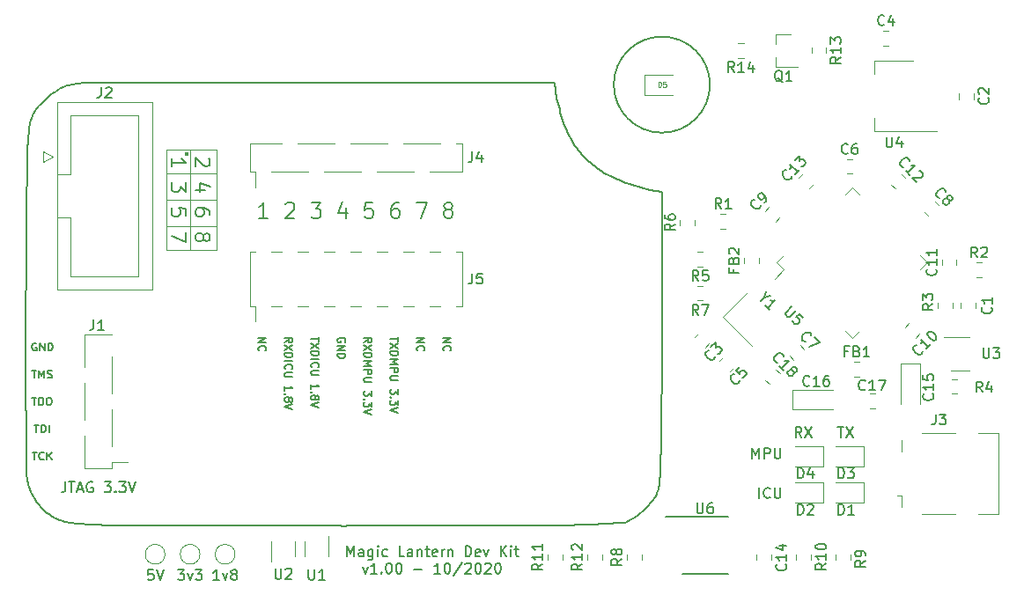
<source format=gto>
G04 #@! TF.GenerationSoftware,KiCad,Pcbnew,5.1.8*
G04 #@! TF.CreationDate,2020-11-30T22:47:38+01:00*
G04 #@! TF.ProjectId,ml_dev_board,6d6c5f64-6576-45f6-926f-6172642e6b69,rev?*
G04 #@! TF.SameCoordinates,Original*
G04 #@! TF.FileFunction,Legend,Top*
G04 #@! TF.FilePolarity,Positive*
%FSLAX46Y46*%
G04 Gerber Fmt 4.6, Leading zero omitted, Abs format (unit mm)*
G04 Created by KiCad (PCBNEW 5.1.8) date 2020-11-30 22:47:38*
%MOMM*%
%LPD*%
G01*
G04 APERTURE LIST*
%ADD10C,0.150000*%
%ADD11C,0.120000*%
%ADD12C,0.200000*%
%ADD13C,0.187500*%
%ADD14C,0.080000*%
G04 APERTURE END LIST*
D10*
X125033333Y-117577380D02*
X125033333Y-116577380D01*
X125366666Y-117291666D01*
X125700000Y-116577380D01*
X125700000Y-117577380D01*
X126604761Y-117577380D02*
X126604761Y-117053571D01*
X126557142Y-116958333D01*
X126461904Y-116910714D01*
X126271428Y-116910714D01*
X126176190Y-116958333D01*
X126604761Y-117529761D02*
X126509523Y-117577380D01*
X126271428Y-117577380D01*
X126176190Y-117529761D01*
X126128571Y-117434523D01*
X126128571Y-117339285D01*
X126176190Y-117244047D01*
X126271428Y-117196428D01*
X126509523Y-117196428D01*
X126604761Y-117148809D01*
X127509523Y-116910714D02*
X127509523Y-117720238D01*
X127461904Y-117815476D01*
X127414285Y-117863095D01*
X127319047Y-117910714D01*
X127176190Y-117910714D01*
X127080952Y-117863095D01*
X127509523Y-117529761D02*
X127414285Y-117577380D01*
X127223809Y-117577380D01*
X127128571Y-117529761D01*
X127080952Y-117482142D01*
X127033333Y-117386904D01*
X127033333Y-117101190D01*
X127080952Y-117005952D01*
X127128571Y-116958333D01*
X127223809Y-116910714D01*
X127414285Y-116910714D01*
X127509523Y-116958333D01*
X127985714Y-117577380D02*
X127985714Y-116910714D01*
X127985714Y-116577380D02*
X127938095Y-116625000D01*
X127985714Y-116672619D01*
X128033333Y-116625000D01*
X127985714Y-116577380D01*
X127985714Y-116672619D01*
X128890476Y-117529761D02*
X128795238Y-117577380D01*
X128604761Y-117577380D01*
X128509523Y-117529761D01*
X128461904Y-117482142D01*
X128414285Y-117386904D01*
X128414285Y-117101190D01*
X128461904Y-117005952D01*
X128509523Y-116958333D01*
X128604761Y-116910714D01*
X128795238Y-116910714D01*
X128890476Y-116958333D01*
X130557142Y-117577380D02*
X130080952Y-117577380D01*
X130080952Y-116577380D01*
X131319047Y-117577380D02*
X131319047Y-117053571D01*
X131271428Y-116958333D01*
X131176190Y-116910714D01*
X130985714Y-116910714D01*
X130890476Y-116958333D01*
X131319047Y-117529761D02*
X131223809Y-117577380D01*
X130985714Y-117577380D01*
X130890476Y-117529761D01*
X130842857Y-117434523D01*
X130842857Y-117339285D01*
X130890476Y-117244047D01*
X130985714Y-117196428D01*
X131223809Y-117196428D01*
X131319047Y-117148809D01*
X131795238Y-116910714D02*
X131795238Y-117577380D01*
X131795238Y-117005952D02*
X131842857Y-116958333D01*
X131938095Y-116910714D01*
X132080952Y-116910714D01*
X132176190Y-116958333D01*
X132223809Y-117053571D01*
X132223809Y-117577380D01*
X132557142Y-116910714D02*
X132938095Y-116910714D01*
X132700000Y-116577380D02*
X132700000Y-117434523D01*
X132747619Y-117529761D01*
X132842857Y-117577380D01*
X132938095Y-117577380D01*
X133652380Y-117529761D02*
X133557142Y-117577380D01*
X133366666Y-117577380D01*
X133271428Y-117529761D01*
X133223809Y-117434523D01*
X133223809Y-117053571D01*
X133271428Y-116958333D01*
X133366666Y-116910714D01*
X133557142Y-116910714D01*
X133652380Y-116958333D01*
X133700000Y-117053571D01*
X133700000Y-117148809D01*
X133223809Y-117244047D01*
X134128571Y-117577380D02*
X134128571Y-116910714D01*
X134128571Y-117101190D02*
X134176190Y-117005952D01*
X134223809Y-116958333D01*
X134319047Y-116910714D01*
X134414285Y-116910714D01*
X134747619Y-116910714D02*
X134747619Y-117577380D01*
X134747619Y-117005952D02*
X134795238Y-116958333D01*
X134890476Y-116910714D01*
X135033333Y-116910714D01*
X135128571Y-116958333D01*
X135176190Y-117053571D01*
X135176190Y-117577380D01*
X136414285Y-117577380D02*
X136414285Y-116577380D01*
X136652380Y-116577380D01*
X136795238Y-116625000D01*
X136890476Y-116720238D01*
X136938095Y-116815476D01*
X136985714Y-117005952D01*
X136985714Y-117148809D01*
X136938095Y-117339285D01*
X136890476Y-117434523D01*
X136795238Y-117529761D01*
X136652380Y-117577380D01*
X136414285Y-117577380D01*
X137795238Y-117529761D02*
X137700000Y-117577380D01*
X137509523Y-117577380D01*
X137414285Y-117529761D01*
X137366666Y-117434523D01*
X137366666Y-117053571D01*
X137414285Y-116958333D01*
X137509523Y-116910714D01*
X137700000Y-116910714D01*
X137795238Y-116958333D01*
X137842857Y-117053571D01*
X137842857Y-117148809D01*
X137366666Y-117244047D01*
X138176190Y-116910714D02*
X138414285Y-117577380D01*
X138652380Y-116910714D01*
X139795238Y-117577380D02*
X139795238Y-116577380D01*
X140366666Y-117577380D02*
X139938095Y-117005952D01*
X140366666Y-116577380D02*
X139795238Y-117148809D01*
X140795238Y-117577380D02*
X140795238Y-116910714D01*
X140795238Y-116577380D02*
X140747619Y-116625000D01*
X140795238Y-116672619D01*
X140842857Y-116625000D01*
X140795238Y-116577380D01*
X140795238Y-116672619D01*
X141128571Y-116910714D02*
X141509523Y-116910714D01*
X141271428Y-116577380D02*
X141271428Y-117434523D01*
X141319047Y-117529761D01*
X141414285Y-117577380D01*
X141509523Y-117577380D01*
X126533333Y-118560714D02*
X126771428Y-119227380D01*
X127009523Y-118560714D01*
X127914285Y-119227380D02*
X127342857Y-119227380D01*
X127628571Y-119227380D02*
X127628571Y-118227380D01*
X127533333Y-118370238D01*
X127438095Y-118465476D01*
X127342857Y-118513095D01*
X128342857Y-119132142D02*
X128390476Y-119179761D01*
X128342857Y-119227380D01*
X128295238Y-119179761D01*
X128342857Y-119132142D01*
X128342857Y-119227380D01*
X129009523Y-118227380D02*
X129104761Y-118227380D01*
X129200000Y-118275000D01*
X129247619Y-118322619D01*
X129295238Y-118417857D01*
X129342857Y-118608333D01*
X129342857Y-118846428D01*
X129295238Y-119036904D01*
X129247619Y-119132142D01*
X129200000Y-119179761D01*
X129104761Y-119227380D01*
X129009523Y-119227380D01*
X128914285Y-119179761D01*
X128866666Y-119132142D01*
X128819047Y-119036904D01*
X128771428Y-118846428D01*
X128771428Y-118608333D01*
X128819047Y-118417857D01*
X128866666Y-118322619D01*
X128914285Y-118275000D01*
X129009523Y-118227380D01*
X129961904Y-118227380D02*
X130057142Y-118227380D01*
X130152380Y-118275000D01*
X130200000Y-118322619D01*
X130247619Y-118417857D01*
X130295238Y-118608333D01*
X130295238Y-118846428D01*
X130247619Y-119036904D01*
X130200000Y-119132142D01*
X130152380Y-119179761D01*
X130057142Y-119227380D01*
X129961904Y-119227380D01*
X129866666Y-119179761D01*
X129819047Y-119132142D01*
X129771428Y-119036904D01*
X129723809Y-118846428D01*
X129723809Y-118608333D01*
X129771428Y-118417857D01*
X129819047Y-118322619D01*
X129866666Y-118275000D01*
X129961904Y-118227380D01*
X131485714Y-118846428D02*
X132247619Y-118846428D01*
X134009523Y-119227380D02*
X133438095Y-119227380D01*
X133723809Y-119227380D02*
X133723809Y-118227380D01*
X133628571Y-118370238D01*
X133533333Y-118465476D01*
X133438095Y-118513095D01*
X134628571Y-118227380D02*
X134723809Y-118227380D01*
X134819047Y-118275000D01*
X134866666Y-118322619D01*
X134914285Y-118417857D01*
X134961904Y-118608333D01*
X134961904Y-118846428D01*
X134914285Y-119036904D01*
X134866666Y-119132142D01*
X134819047Y-119179761D01*
X134723809Y-119227380D01*
X134628571Y-119227380D01*
X134533333Y-119179761D01*
X134485714Y-119132142D01*
X134438095Y-119036904D01*
X134390476Y-118846428D01*
X134390476Y-118608333D01*
X134438095Y-118417857D01*
X134485714Y-118322619D01*
X134533333Y-118275000D01*
X134628571Y-118227380D01*
X136104761Y-118179761D02*
X135247619Y-119465476D01*
X136390476Y-118322619D02*
X136438095Y-118275000D01*
X136533333Y-118227380D01*
X136771428Y-118227380D01*
X136866666Y-118275000D01*
X136914285Y-118322619D01*
X136961904Y-118417857D01*
X136961904Y-118513095D01*
X136914285Y-118655952D01*
X136342857Y-119227380D01*
X136961904Y-119227380D01*
X137580952Y-118227380D02*
X137676190Y-118227380D01*
X137771428Y-118275000D01*
X137819047Y-118322619D01*
X137866666Y-118417857D01*
X137914285Y-118608333D01*
X137914285Y-118846428D01*
X137866666Y-119036904D01*
X137819047Y-119132142D01*
X137771428Y-119179761D01*
X137676190Y-119227380D01*
X137580952Y-119227380D01*
X137485714Y-119179761D01*
X137438095Y-119132142D01*
X137390476Y-119036904D01*
X137342857Y-118846428D01*
X137342857Y-118608333D01*
X137390476Y-118417857D01*
X137438095Y-118322619D01*
X137485714Y-118275000D01*
X137580952Y-118227380D01*
X138295238Y-118322619D02*
X138342857Y-118275000D01*
X138438095Y-118227380D01*
X138676190Y-118227380D01*
X138771428Y-118275000D01*
X138819047Y-118322619D01*
X138866666Y-118417857D01*
X138866666Y-118513095D01*
X138819047Y-118655952D01*
X138247619Y-119227380D01*
X138866666Y-119227380D01*
X139485714Y-118227380D02*
X139580952Y-118227380D01*
X139676190Y-118275000D01*
X139723809Y-118322619D01*
X139771428Y-118417857D01*
X139819047Y-118608333D01*
X139819047Y-118846428D01*
X139771428Y-119036904D01*
X139723809Y-119132142D01*
X139676190Y-119179761D01*
X139580952Y-119227380D01*
X139485714Y-119227380D01*
X139390476Y-119179761D01*
X139342857Y-119132142D01*
X139295238Y-119036904D01*
X139247619Y-118846428D01*
X139247619Y-118608333D01*
X139295238Y-118417857D01*
X139342857Y-118322619D01*
X139390476Y-118275000D01*
X139485714Y-118227380D01*
X172212095Y-105116380D02*
X172783523Y-105116380D01*
X172497809Y-106116380D02*
X172497809Y-105116380D01*
X173021619Y-105116380D02*
X173688285Y-106116380D01*
X173688285Y-105116380D02*
X173021619Y-106116380D01*
X164663523Y-111958380D02*
X164663523Y-110958380D01*
X165711142Y-111863142D02*
X165663523Y-111910761D01*
X165520666Y-111958380D01*
X165425428Y-111958380D01*
X165282571Y-111910761D01*
X165187333Y-111815523D01*
X165139713Y-111720285D01*
X165092094Y-111529809D01*
X165092094Y-111386952D01*
X165139713Y-111196476D01*
X165187333Y-111101238D01*
X165282571Y-111006000D01*
X165425428Y-110958380D01*
X165520666Y-110958380D01*
X165663523Y-111006000D01*
X165711142Y-111053619D01*
X166139713Y-110958380D02*
X166139713Y-111767904D01*
X166187333Y-111863142D01*
X166234952Y-111910761D01*
X166330190Y-111958380D01*
X166520666Y-111958380D01*
X166615904Y-111910761D01*
X166663523Y-111863142D01*
X166711142Y-111767904D01*
X166711142Y-110958380D01*
X163996857Y-108148380D02*
X163996857Y-107148380D01*
X164330190Y-107862666D01*
X164663523Y-107148380D01*
X164663523Y-108148380D01*
X165139714Y-108148380D02*
X165139714Y-107148380D01*
X165520666Y-107148380D01*
X165615904Y-107196000D01*
X165663523Y-107243619D01*
X165711142Y-107338857D01*
X165711142Y-107481714D01*
X165663523Y-107576952D01*
X165615904Y-107624571D01*
X165520666Y-107672190D01*
X165139714Y-107672190D01*
X166139714Y-107148380D02*
X166139714Y-107957904D01*
X166187333Y-108053142D01*
X166234952Y-108100761D01*
X166330190Y-108148380D01*
X166520666Y-108148380D01*
X166615904Y-108100761D01*
X166663523Y-108053142D01*
X166711142Y-107957904D01*
X166711142Y-107148380D01*
X168743333Y-106116380D02*
X168410000Y-105640190D01*
X168171904Y-106116380D02*
X168171904Y-105116380D01*
X168552857Y-105116380D01*
X168648095Y-105164000D01*
X168695714Y-105211619D01*
X168743333Y-105306857D01*
X168743333Y-105449714D01*
X168695714Y-105544952D01*
X168648095Y-105592571D01*
X168552857Y-105640190D01*
X168171904Y-105640190D01*
X169076666Y-105116380D02*
X169743333Y-106116380D01*
X169743333Y-105116380D02*
X169076666Y-106116380D01*
D11*
X109400000Y-78960000D02*
X109654000Y-78706000D01*
X109400000Y-78706000D02*
X109654000Y-78960000D01*
X109654000Y-78960000D02*
X109654000Y-78706000D01*
X109400000Y-78960000D02*
X109654000Y-78960000D01*
X109400000Y-78706000D02*
X109400000Y-78960000D01*
X109654000Y-78706000D02*
X109400000Y-78706000D01*
X107632000Y-85818000D02*
X112458000Y-85818000D01*
X112458000Y-83278000D02*
X107632000Y-83278000D01*
X107632000Y-80738000D02*
X112458000Y-80738000D01*
X109918000Y-78452000D02*
X107632000Y-78452000D01*
X107632000Y-88104000D02*
X107632000Y-78452000D01*
X109918000Y-88104000D02*
X107632000Y-88104000D01*
X112458000Y-88104000D02*
X109918000Y-88104000D01*
X112458000Y-78452000D02*
X112458000Y-88104000D01*
X109918000Y-78452000D02*
X112458000Y-78452000D01*
X109918000Y-78452000D02*
X109918000Y-88104000D01*
D12*
X111701333Y-79278000D02*
X111768000Y-79344666D01*
X111834666Y-79478000D01*
X111834666Y-79811333D01*
X111768000Y-79944666D01*
X111701333Y-80011333D01*
X111568000Y-80078000D01*
X111434666Y-80078000D01*
X111234666Y-80011333D01*
X110434666Y-79211333D01*
X110434666Y-80078000D01*
X111368000Y-82344666D02*
X110434666Y-82344666D01*
X111901333Y-82011333D02*
X110901333Y-81678000D01*
X110901333Y-82544666D01*
X111834666Y-84744666D02*
X111834666Y-84478000D01*
X111768000Y-84344666D01*
X111701333Y-84278000D01*
X111501333Y-84144666D01*
X111234666Y-84078000D01*
X110701333Y-84078000D01*
X110568000Y-84144666D01*
X110501333Y-84211333D01*
X110434666Y-84344666D01*
X110434666Y-84611333D01*
X110501333Y-84744666D01*
X110568000Y-84811333D01*
X110701333Y-84878000D01*
X111034666Y-84878000D01*
X111168000Y-84811333D01*
X111234666Y-84744666D01*
X111301333Y-84611333D01*
X111301333Y-84344666D01*
X111234666Y-84211333D01*
X111168000Y-84144666D01*
X111034666Y-84078000D01*
X111234666Y-86744666D02*
X111301333Y-86611333D01*
X111368000Y-86544666D01*
X111501333Y-86478000D01*
X111568000Y-86478000D01*
X111701333Y-86544666D01*
X111768000Y-86611333D01*
X111834666Y-86744666D01*
X111834666Y-87011333D01*
X111768000Y-87144666D01*
X111701333Y-87211333D01*
X111568000Y-87278000D01*
X111501333Y-87278000D01*
X111368000Y-87211333D01*
X111301333Y-87144666D01*
X111234666Y-87011333D01*
X111234666Y-86744666D01*
X111168000Y-86611333D01*
X111101333Y-86544666D01*
X110968000Y-86478000D01*
X110701333Y-86478000D01*
X110568000Y-86544666D01*
X110501333Y-86611333D01*
X110434666Y-86744666D01*
X110434666Y-87011333D01*
X110501333Y-87144666D01*
X110568000Y-87211333D01*
X110701333Y-87278000D01*
X110968000Y-87278000D01*
X111101333Y-87211333D01*
X111168000Y-87144666D01*
X111234666Y-87011333D01*
X108134666Y-80078000D02*
X108134666Y-79278000D01*
X108134666Y-79678000D02*
X109534666Y-79678000D01*
X109334666Y-79544666D01*
X109201333Y-79411333D01*
X109134666Y-79278000D01*
X109534666Y-81611333D02*
X109534666Y-82478000D01*
X109001333Y-82011333D01*
X109001333Y-82211333D01*
X108934666Y-82344666D01*
X108868000Y-82411333D01*
X108734666Y-82478000D01*
X108401333Y-82478000D01*
X108268000Y-82411333D01*
X108201333Y-82344666D01*
X108134666Y-82211333D01*
X108134666Y-81811333D01*
X108201333Y-81678000D01*
X108268000Y-81611333D01*
X109534666Y-84811333D02*
X109534666Y-84144666D01*
X108868000Y-84078000D01*
X108934666Y-84144666D01*
X109001333Y-84278000D01*
X109001333Y-84611333D01*
X108934666Y-84744666D01*
X108868000Y-84811333D01*
X108734666Y-84878000D01*
X108401333Y-84878000D01*
X108268000Y-84811333D01*
X108201333Y-84744666D01*
X108134666Y-84611333D01*
X108134666Y-84278000D01*
X108201333Y-84144666D01*
X108268000Y-84078000D01*
X109534666Y-86411333D02*
X109534666Y-87344666D01*
X108134666Y-86744666D01*
D13*
X116500714Y-96565714D02*
X117250714Y-96565714D01*
X116500714Y-96994285D01*
X117250714Y-96994285D01*
X116572142Y-97780000D02*
X116536428Y-97744285D01*
X116500714Y-97637142D01*
X116500714Y-97565714D01*
X116536428Y-97458571D01*
X116607857Y-97387142D01*
X116679285Y-97351428D01*
X116822142Y-97315714D01*
X116929285Y-97315714D01*
X117072142Y-97351428D01*
X117143571Y-97387142D01*
X117215000Y-97458571D01*
X117250714Y-97565714D01*
X117250714Y-97637142D01*
X117215000Y-97744285D01*
X117179285Y-97780000D01*
X134280714Y-96565714D02*
X135030714Y-96565714D01*
X134280714Y-96994285D01*
X135030714Y-96994285D01*
X134352142Y-97780000D02*
X134316428Y-97744285D01*
X134280714Y-97637142D01*
X134280714Y-97565714D01*
X134316428Y-97458571D01*
X134387857Y-97387142D01*
X134459285Y-97351428D01*
X134602142Y-97315714D01*
X134709285Y-97315714D01*
X134852142Y-97351428D01*
X134923571Y-97387142D01*
X134995000Y-97458571D01*
X135030714Y-97565714D01*
X135030714Y-97637142D01*
X134995000Y-97744285D01*
X134959285Y-97780000D01*
X131740714Y-96565714D02*
X132490714Y-96565714D01*
X131740714Y-96994285D01*
X132490714Y-96994285D01*
X131812142Y-97780000D02*
X131776428Y-97744285D01*
X131740714Y-97637142D01*
X131740714Y-97565714D01*
X131776428Y-97458571D01*
X131847857Y-97387142D01*
X131919285Y-97351428D01*
X132062142Y-97315714D01*
X132169285Y-97315714D01*
X132312142Y-97351428D01*
X132383571Y-97387142D01*
X132455000Y-97458571D01*
X132490714Y-97565714D01*
X132490714Y-97637142D01*
X132455000Y-97744285D01*
X132419285Y-97780000D01*
X129950714Y-96458570D02*
X129950714Y-96887142D01*
X129200714Y-96672856D02*
X129950714Y-96672856D01*
X129950714Y-97065713D02*
X129200714Y-97565713D01*
X129950714Y-97565713D02*
X129200714Y-97065713D01*
X129200714Y-97851428D02*
X129950714Y-97851428D01*
X129950714Y-98029999D01*
X129915000Y-98137142D01*
X129843571Y-98208570D01*
X129772142Y-98244285D01*
X129629285Y-98279999D01*
X129522142Y-98279999D01*
X129379285Y-98244285D01*
X129307857Y-98208570D01*
X129236428Y-98137142D01*
X129200714Y-98029999D01*
X129200714Y-97851428D01*
X129200714Y-98601428D02*
X129950714Y-98601428D01*
X129415000Y-98851428D01*
X129950714Y-99101428D01*
X129200714Y-99101428D01*
X129200714Y-99458570D02*
X129950714Y-99458570D01*
X129950714Y-99744285D01*
X129915000Y-99815713D01*
X129879285Y-99851428D01*
X129807857Y-99887142D01*
X129700714Y-99887142D01*
X129629285Y-99851428D01*
X129593571Y-99815713D01*
X129557857Y-99744285D01*
X129557857Y-99458570D01*
X129950714Y-100208570D02*
X129343571Y-100208570D01*
X129272142Y-100244285D01*
X129236428Y-100279999D01*
X129200714Y-100351428D01*
X129200714Y-100494285D01*
X129236428Y-100565713D01*
X129272142Y-100601428D01*
X129343571Y-100637142D01*
X129950714Y-100637142D01*
X129950714Y-101494285D02*
X129950714Y-101958570D01*
X129665000Y-101708570D01*
X129665000Y-101815713D01*
X129629285Y-101887142D01*
X129593571Y-101922856D01*
X129522142Y-101958570D01*
X129343571Y-101958570D01*
X129272142Y-101922856D01*
X129236428Y-101887142D01*
X129200714Y-101815713D01*
X129200714Y-101601428D01*
X129236428Y-101529999D01*
X129272142Y-101494285D01*
X129272142Y-102279999D02*
X129236428Y-102315713D01*
X129200714Y-102279999D01*
X129236428Y-102244285D01*
X129272142Y-102279999D01*
X129200714Y-102279999D01*
X129950714Y-102565713D02*
X129950714Y-103029999D01*
X129665000Y-102779999D01*
X129665000Y-102887142D01*
X129629285Y-102958570D01*
X129593571Y-102994285D01*
X129522142Y-103029999D01*
X129343571Y-103029999D01*
X129272142Y-102994285D01*
X129236428Y-102958570D01*
X129200714Y-102887142D01*
X129200714Y-102672856D01*
X129236428Y-102601428D01*
X129272142Y-102565713D01*
X129950714Y-103244285D02*
X129200714Y-103494285D01*
X129950714Y-103744285D01*
X126660714Y-96994285D02*
X127017857Y-96744285D01*
X126660714Y-96565714D02*
X127410714Y-96565714D01*
X127410714Y-96851428D01*
X127375000Y-96922856D01*
X127339285Y-96958571D01*
X127267857Y-96994285D01*
X127160714Y-96994285D01*
X127089285Y-96958571D01*
X127053571Y-96922856D01*
X127017857Y-96851428D01*
X127017857Y-96565714D01*
X127410714Y-97244285D02*
X126660714Y-97744285D01*
X127410714Y-97744285D02*
X126660714Y-97244285D01*
X126660714Y-98029999D02*
X127410714Y-98029999D01*
X127410714Y-98208571D01*
X127375000Y-98315714D01*
X127303571Y-98387142D01*
X127232142Y-98422856D01*
X127089285Y-98458571D01*
X126982142Y-98458571D01*
X126839285Y-98422856D01*
X126767857Y-98387142D01*
X126696428Y-98315714D01*
X126660714Y-98208571D01*
X126660714Y-98029999D01*
X126660714Y-98779999D02*
X127410714Y-98779999D01*
X126875000Y-99029999D01*
X127410714Y-99279999D01*
X126660714Y-99279999D01*
X126660714Y-99637142D02*
X127410714Y-99637142D01*
X127410714Y-99922856D01*
X127375000Y-99994285D01*
X127339285Y-100029999D01*
X127267857Y-100065714D01*
X127160714Y-100065714D01*
X127089285Y-100029999D01*
X127053571Y-99994285D01*
X127017857Y-99922856D01*
X127017857Y-99637142D01*
X127410714Y-100387142D02*
X126803571Y-100387142D01*
X126732142Y-100422856D01*
X126696428Y-100458571D01*
X126660714Y-100529999D01*
X126660714Y-100672856D01*
X126696428Y-100744285D01*
X126732142Y-100779999D01*
X126803571Y-100815714D01*
X127410714Y-100815714D01*
X127410714Y-101672856D02*
X127410714Y-102137142D01*
X127125000Y-101887142D01*
X127125000Y-101994285D01*
X127089285Y-102065714D01*
X127053571Y-102101428D01*
X126982142Y-102137142D01*
X126803571Y-102137142D01*
X126732142Y-102101428D01*
X126696428Y-102065714D01*
X126660714Y-101994285D01*
X126660714Y-101779999D01*
X126696428Y-101708571D01*
X126732142Y-101672856D01*
X126732142Y-102458571D02*
X126696428Y-102494285D01*
X126660714Y-102458571D01*
X126696428Y-102422856D01*
X126732142Y-102458571D01*
X126660714Y-102458571D01*
X127410714Y-102744285D02*
X127410714Y-103208571D01*
X127125000Y-102958571D01*
X127125000Y-103065714D01*
X127089285Y-103137142D01*
X127053571Y-103172856D01*
X126982142Y-103208571D01*
X126803571Y-103208571D01*
X126732142Y-103172856D01*
X126696428Y-103137142D01*
X126660714Y-103065714D01*
X126660714Y-102851428D01*
X126696428Y-102779999D01*
X126732142Y-102744285D01*
X127410714Y-103422856D02*
X126660714Y-103672856D01*
X127410714Y-103922856D01*
X124835000Y-96958571D02*
X124870714Y-96887142D01*
X124870714Y-96780000D01*
X124835000Y-96672857D01*
X124763571Y-96601428D01*
X124692142Y-96565714D01*
X124549285Y-96530000D01*
X124442142Y-96530000D01*
X124299285Y-96565714D01*
X124227857Y-96601428D01*
X124156428Y-96672857D01*
X124120714Y-96780000D01*
X124120714Y-96851428D01*
X124156428Y-96958571D01*
X124192142Y-96994285D01*
X124442142Y-96994285D01*
X124442142Y-96851428D01*
X124120714Y-97315714D02*
X124870714Y-97315714D01*
X124120714Y-97744285D01*
X124870714Y-97744285D01*
X124120714Y-98101428D02*
X124870714Y-98101428D01*
X124870714Y-98280000D01*
X124835000Y-98387142D01*
X124763571Y-98458571D01*
X124692142Y-98494285D01*
X124549285Y-98530000D01*
X124442142Y-98530000D01*
X124299285Y-98494285D01*
X124227857Y-98458571D01*
X124156428Y-98387142D01*
X124120714Y-98280000D01*
X124120714Y-98101428D01*
X122330714Y-96458570D02*
X122330714Y-96887142D01*
X121580714Y-96672856D02*
X122330714Y-96672856D01*
X122330714Y-97065713D02*
X121580714Y-97565713D01*
X122330714Y-97565713D02*
X121580714Y-97065713D01*
X121580714Y-97851428D02*
X122330714Y-97851428D01*
X122330714Y-98029999D01*
X122295000Y-98137142D01*
X122223571Y-98208570D01*
X122152142Y-98244285D01*
X122009285Y-98279999D01*
X121902142Y-98279999D01*
X121759285Y-98244285D01*
X121687857Y-98208570D01*
X121616428Y-98137142D01*
X121580714Y-98029999D01*
X121580714Y-97851428D01*
X121580714Y-98601428D02*
X122330714Y-98601428D01*
X121652142Y-99387142D02*
X121616428Y-99351428D01*
X121580714Y-99244285D01*
X121580714Y-99172856D01*
X121616428Y-99065713D01*
X121687857Y-98994285D01*
X121759285Y-98958570D01*
X121902142Y-98922856D01*
X122009285Y-98922856D01*
X122152142Y-98958570D01*
X122223571Y-98994285D01*
X122295000Y-99065713D01*
X122330714Y-99172856D01*
X122330714Y-99244285D01*
X122295000Y-99351428D01*
X122259285Y-99387142D01*
X122330714Y-99708570D02*
X121723571Y-99708570D01*
X121652142Y-99744285D01*
X121616428Y-99779999D01*
X121580714Y-99851428D01*
X121580714Y-99994285D01*
X121616428Y-100065713D01*
X121652142Y-100101428D01*
X121723571Y-100137142D01*
X122330714Y-100137142D01*
X121580714Y-101458570D02*
X121580714Y-101029999D01*
X121580714Y-101244285D02*
X122330714Y-101244285D01*
X122223571Y-101172856D01*
X122152142Y-101101428D01*
X122116428Y-101029999D01*
X121652142Y-101779999D02*
X121616428Y-101815713D01*
X121580714Y-101779999D01*
X121616428Y-101744285D01*
X121652142Y-101779999D01*
X121580714Y-101779999D01*
X122009285Y-102244285D02*
X122045000Y-102172856D01*
X122080714Y-102137142D01*
X122152142Y-102101428D01*
X122187857Y-102101428D01*
X122259285Y-102137142D01*
X122295000Y-102172856D01*
X122330714Y-102244285D01*
X122330714Y-102387142D01*
X122295000Y-102458570D01*
X122259285Y-102494285D01*
X122187857Y-102529999D01*
X122152142Y-102529999D01*
X122080714Y-102494285D01*
X122045000Y-102458570D01*
X122009285Y-102387142D01*
X122009285Y-102244285D01*
X121973571Y-102172856D01*
X121937857Y-102137142D01*
X121866428Y-102101428D01*
X121723571Y-102101428D01*
X121652142Y-102137142D01*
X121616428Y-102172856D01*
X121580714Y-102244285D01*
X121580714Y-102387142D01*
X121616428Y-102458570D01*
X121652142Y-102494285D01*
X121723571Y-102529999D01*
X121866428Y-102529999D01*
X121937857Y-102494285D01*
X121973571Y-102458570D01*
X122009285Y-102387142D01*
X122330714Y-102744285D02*
X121580714Y-102994285D01*
X122330714Y-103244285D01*
X119040714Y-96994285D02*
X119397857Y-96744285D01*
X119040714Y-96565714D02*
X119790714Y-96565714D01*
X119790714Y-96851428D01*
X119755000Y-96922856D01*
X119719285Y-96958571D01*
X119647857Y-96994285D01*
X119540714Y-96994285D01*
X119469285Y-96958571D01*
X119433571Y-96922856D01*
X119397857Y-96851428D01*
X119397857Y-96565714D01*
X119790714Y-97244285D02*
X119040714Y-97744285D01*
X119790714Y-97744285D02*
X119040714Y-97244285D01*
X119040714Y-98029999D02*
X119790714Y-98029999D01*
X119790714Y-98208571D01*
X119755000Y-98315714D01*
X119683571Y-98387142D01*
X119612142Y-98422856D01*
X119469285Y-98458571D01*
X119362142Y-98458571D01*
X119219285Y-98422856D01*
X119147857Y-98387142D01*
X119076428Y-98315714D01*
X119040714Y-98208571D01*
X119040714Y-98029999D01*
X119040714Y-98779999D02*
X119790714Y-98779999D01*
X119112142Y-99565714D02*
X119076428Y-99529999D01*
X119040714Y-99422856D01*
X119040714Y-99351428D01*
X119076428Y-99244285D01*
X119147857Y-99172856D01*
X119219285Y-99137142D01*
X119362142Y-99101428D01*
X119469285Y-99101428D01*
X119612142Y-99137142D01*
X119683571Y-99172856D01*
X119755000Y-99244285D01*
X119790714Y-99351428D01*
X119790714Y-99422856D01*
X119755000Y-99529999D01*
X119719285Y-99565714D01*
X119790714Y-99887142D02*
X119183571Y-99887142D01*
X119112142Y-99922856D01*
X119076428Y-99958571D01*
X119040714Y-100029999D01*
X119040714Y-100172856D01*
X119076428Y-100244285D01*
X119112142Y-100279999D01*
X119183571Y-100315714D01*
X119790714Y-100315714D01*
X119040714Y-101637142D02*
X119040714Y-101208571D01*
X119040714Y-101422856D02*
X119790714Y-101422856D01*
X119683571Y-101351428D01*
X119612142Y-101279999D01*
X119576428Y-101208571D01*
X119112142Y-101958571D02*
X119076428Y-101994285D01*
X119040714Y-101958571D01*
X119076428Y-101922856D01*
X119112142Y-101958571D01*
X119040714Y-101958571D01*
X119469285Y-102422856D02*
X119505000Y-102351428D01*
X119540714Y-102315714D01*
X119612142Y-102279999D01*
X119647857Y-102279999D01*
X119719285Y-102315714D01*
X119755000Y-102351428D01*
X119790714Y-102422856D01*
X119790714Y-102565714D01*
X119755000Y-102637142D01*
X119719285Y-102672856D01*
X119647857Y-102708571D01*
X119612142Y-102708571D01*
X119540714Y-102672856D01*
X119505000Y-102637142D01*
X119469285Y-102565714D01*
X119469285Y-102422856D01*
X119433571Y-102351428D01*
X119397857Y-102315714D01*
X119326428Y-102279999D01*
X119183571Y-102279999D01*
X119112142Y-102315714D01*
X119076428Y-102351428D01*
X119040714Y-102422856D01*
X119040714Y-102565714D01*
X119076428Y-102637142D01*
X119112142Y-102672856D01*
X119183571Y-102708571D01*
X119326428Y-102708571D01*
X119397857Y-102672856D01*
X119433571Y-102637142D01*
X119469285Y-102565714D01*
X119790714Y-102922856D02*
X119040714Y-103172856D01*
X119790714Y-103422856D01*
X95148571Y-97075000D02*
X95077142Y-97039285D01*
X94970000Y-97039285D01*
X94862857Y-97075000D01*
X94791428Y-97146428D01*
X94755714Y-97217857D01*
X94720000Y-97360714D01*
X94720000Y-97467857D01*
X94755714Y-97610714D01*
X94791428Y-97682142D01*
X94862857Y-97753571D01*
X94970000Y-97789285D01*
X95041428Y-97789285D01*
X95148571Y-97753571D01*
X95184285Y-97717857D01*
X95184285Y-97467857D01*
X95041428Y-97467857D01*
X95505714Y-97789285D02*
X95505714Y-97039285D01*
X95934285Y-97789285D01*
X95934285Y-97039285D01*
X96291428Y-97789285D02*
X96291428Y-97039285D01*
X96470000Y-97039285D01*
X96577142Y-97075000D01*
X96648571Y-97146428D01*
X96684285Y-97217857D01*
X96720000Y-97360714D01*
X96720000Y-97467857D01*
X96684285Y-97610714D01*
X96648571Y-97682142D01*
X96577142Y-97753571D01*
X96470000Y-97789285D01*
X96291428Y-97789285D01*
X94720000Y-99664285D02*
X95148571Y-99664285D01*
X94934285Y-100414285D02*
X94934285Y-99664285D01*
X95398571Y-100414285D02*
X95398571Y-99664285D01*
X95648571Y-100200000D01*
X95898571Y-99664285D01*
X95898571Y-100414285D01*
X96220000Y-100378571D02*
X96327142Y-100414285D01*
X96505714Y-100414285D01*
X96577142Y-100378571D01*
X96612857Y-100342857D01*
X96648571Y-100271428D01*
X96648571Y-100200000D01*
X96612857Y-100128571D01*
X96577142Y-100092857D01*
X96505714Y-100057142D01*
X96362857Y-100021428D01*
X96291428Y-99985714D01*
X96255714Y-99950000D01*
X96220000Y-99878571D01*
X96220000Y-99807142D01*
X96255714Y-99735714D01*
X96291428Y-99700000D01*
X96362857Y-99664285D01*
X96541428Y-99664285D01*
X96648571Y-99700000D01*
X94737857Y-102289285D02*
X95166428Y-102289285D01*
X94952142Y-103039285D02*
X94952142Y-102289285D01*
X95416428Y-103039285D02*
X95416428Y-102289285D01*
X95595000Y-102289285D01*
X95702142Y-102325000D01*
X95773571Y-102396428D01*
X95809285Y-102467857D01*
X95845000Y-102610714D01*
X95845000Y-102717857D01*
X95809285Y-102860714D01*
X95773571Y-102932142D01*
X95702142Y-103003571D01*
X95595000Y-103039285D01*
X95416428Y-103039285D01*
X96309285Y-102289285D02*
X96452142Y-102289285D01*
X96523571Y-102325000D01*
X96595000Y-102396428D01*
X96630714Y-102539285D01*
X96630714Y-102789285D01*
X96595000Y-102932142D01*
X96523571Y-103003571D01*
X96452142Y-103039285D01*
X96309285Y-103039285D01*
X96237857Y-103003571D01*
X96166428Y-102932142D01*
X96130714Y-102789285D01*
X96130714Y-102539285D01*
X96166428Y-102396428D01*
X96237857Y-102325000D01*
X96309285Y-102289285D01*
X94952142Y-104914285D02*
X95380714Y-104914285D01*
X95166428Y-105664285D02*
X95166428Y-104914285D01*
X95630714Y-105664285D02*
X95630714Y-104914285D01*
X95809285Y-104914285D01*
X95916428Y-104950000D01*
X95987857Y-105021428D01*
X96023571Y-105092857D01*
X96059285Y-105235714D01*
X96059285Y-105342857D01*
X96023571Y-105485714D01*
X95987857Y-105557142D01*
X95916428Y-105628571D01*
X95809285Y-105664285D01*
X95630714Y-105664285D01*
X96380714Y-105664285D02*
X96380714Y-104914285D01*
X94755714Y-107539285D02*
X95184285Y-107539285D01*
X94970000Y-108289285D02*
X94970000Y-107539285D01*
X95862857Y-108217857D02*
X95827142Y-108253571D01*
X95720000Y-108289285D01*
X95648571Y-108289285D01*
X95541428Y-108253571D01*
X95470000Y-108182142D01*
X95434285Y-108110714D01*
X95398571Y-107967857D01*
X95398571Y-107860714D01*
X95434285Y-107717857D01*
X95470000Y-107646428D01*
X95541428Y-107575000D01*
X95648571Y-107539285D01*
X95720000Y-107539285D01*
X95827142Y-107575000D01*
X95862857Y-107610714D01*
X96184285Y-108289285D02*
X96184285Y-107539285D01*
X96612857Y-108289285D02*
X96291428Y-107860714D01*
X96612857Y-107539285D02*
X96184285Y-107967857D01*
D12*
X117432857Y-85029523D02*
X116587142Y-85029523D01*
X117010000Y-85029523D02*
X117010000Y-83549523D01*
X116869047Y-83760952D01*
X116728095Y-83901904D01*
X116587142Y-83972380D01*
X119124285Y-83690476D02*
X119194761Y-83620000D01*
X119335714Y-83549523D01*
X119688095Y-83549523D01*
X119829047Y-83620000D01*
X119899523Y-83690476D01*
X119970000Y-83831428D01*
X119970000Y-83972380D01*
X119899523Y-84183809D01*
X119053809Y-85029523D01*
X119970000Y-85029523D01*
X121590952Y-83549523D02*
X122507142Y-83549523D01*
X122013809Y-84113333D01*
X122225238Y-84113333D01*
X122366190Y-84183809D01*
X122436666Y-84254285D01*
X122507142Y-84395238D01*
X122507142Y-84747619D01*
X122436666Y-84888571D01*
X122366190Y-84959047D01*
X122225238Y-85029523D01*
X121802380Y-85029523D01*
X121661428Y-84959047D01*
X121590952Y-84888571D01*
X124903333Y-84042857D02*
X124903333Y-85029523D01*
X124550952Y-83479047D02*
X124198571Y-84536190D01*
X125114761Y-84536190D01*
X127510952Y-83549523D02*
X126806190Y-83549523D01*
X126735714Y-84254285D01*
X126806190Y-84183809D01*
X126947142Y-84113333D01*
X127299523Y-84113333D01*
X127440476Y-84183809D01*
X127510952Y-84254285D01*
X127581428Y-84395238D01*
X127581428Y-84747619D01*
X127510952Y-84888571D01*
X127440476Y-84959047D01*
X127299523Y-85029523D01*
X126947142Y-85029523D01*
X126806190Y-84959047D01*
X126735714Y-84888571D01*
X129977619Y-83549523D02*
X129695714Y-83549523D01*
X129554761Y-83620000D01*
X129484285Y-83690476D01*
X129343333Y-83901904D01*
X129272857Y-84183809D01*
X129272857Y-84747619D01*
X129343333Y-84888571D01*
X129413809Y-84959047D01*
X129554761Y-85029523D01*
X129836666Y-85029523D01*
X129977619Y-84959047D01*
X130048095Y-84888571D01*
X130118571Y-84747619D01*
X130118571Y-84395238D01*
X130048095Y-84254285D01*
X129977619Y-84183809D01*
X129836666Y-84113333D01*
X129554761Y-84113333D01*
X129413809Y-84183809D01*
X129343333Y-84254285D01*
X129272857Y-84395238D01*
X131739523Y-83549523D02*
X132726190Y-83549523D01*
X132091904Y-85029523D01*
X134629047Y-84183809D02*
X134488095Y-84113333D01*
X134417619Y-84042857D01*
X134347142Y-83901904D01*
X134347142Y-83831428D01*
X134417619Y-83690476D01*
X134488095Y-83620000D01*
X134629047Y-83549523D01*
X134910952Y-83549523D01*
X135051904Y-83620000D01*
X135122380Y-83690476D01*
X135192857Y-83831428D01*
X135192857Y-83901904D01*
X135122380Y-84042857D01*
X135051904Y-84113333D01*
X134910952Y-84183809D01*
X134629047Y-84183809D01*
X134488095Y-84254285D01*
X134417619Y-84324761D01*
X134347142Y-84465714D01*
X134347142Y-84747619D01*
X134417619Y-84888571D01*
X134488095Y-84959047D01*
X134629047Y-85029523D01*
X134910952Y-85029523D01*
X135051904Y-84959047D01*
X135122380Y-84888571D01*
X135192857Y-84747619D01*
X135192857Y-84465714D01*
X135122380Y-84324761D01*
X135051904Y-84254285D01*
X134910952Y-84183809D01*
X159922770Y-72200000D02*
G75*
G03*
X159922770Y-72200000I-4622770J0D01*
G01*
X94206245Y-108197456D02*
X94203341Y-108432410D01*
X94203341Y-108432410D02*
X94200829Y-108667435D01*
X94200829Y-108667435D02*
X94199934Y-108902283D01*
X94199934Y-108902283D02*
X94201880Y-109136708D01*
X94201880Y-109136708D02*
X94207892Y-109370460D01*
X94207892Y-109370460D02*
X94219194Y-109603292D01*
X94219194Y-109603292D02*
X94237011Y-109834957D01*
X94237011Y-109834957D02*
X94262566Y-110065206D01*
X94262566Y-110065206D02*
X94297085Y-110293792D01*
X94297085Y-110293792D02*
X94341791Y-110520467D01*
X94341791Y-110520467D02*
X94377861Y-110670400D01*
X148460773Y-114507991D02*
X148668833Y-114498789D01*
X148668833Y-114498789D02*
X148876878Y-114489146D01*
X148876878Y-114489146D02*
X149084908Y-114479091D01*
X149084908Y-114479091D02*
X149292925Y-114468653D01*
X149292925Y-114468653D02*
X149500931Y-114457862D01*
X149500931Y-114457862D02*
X149708924Y-114446748D01*
X149708924Y-114446748D02*
X149916908Y-114435339D01*
X149916908Y-114435339D02*
X150124882Y-114423665D01*
X150124882Y-114423665D02*
X150332849Y-114411756D01*
X150332849Y-114411756D02*
X150540808Y-114399640D01*
X150540808Y-114399640D02*
X150748761Y-114387348D01*
X150748761Y-114387348D02*
X150956709Y-114374909D01*
X150956709Y-114374909D02*
X151164652Y-114362352D01*
X151164652Y-114362352D02*
X151372593Y-114349707D01*
X151372593Y-114349707D02*
X151580532Y-114337003D01*
X151580532Y-114337003D02*
X151788470Y-114324270D01*
X94377861Y-110670400D02*
X94445673Y-110904973D01*
X94445673Y-110904973D02*
X94526330Y-111136341D01*
X94526330Y-111136341D02*
X94619126Y-111363872D01*
X94619126Y-111363872D02*
X94723353Y-111586936D01*
X94723353Y-111586936D02*
X94838303Y-111804903D01*
X94838303Y-111804903D02*
X94963271Y-112017143D01*
X94963271Y-112017143D02*
X95015905Y-112100294D01*
X95998088Y-113238417D02*
X96185026Y-113395742D01*
X96185026Y-113395742D02*
X96379176Y-113544434D01*
X96379176Y-113544434D02*
X96580136Y-113683338D01*
X96580136Y-113683338D02*
X96787509Y-113811302D01*
X96787509Y-113811302D02*
X97000892Y-113927175D01*
X97000892Y-113927175D02*
X97219888Y-114029805D01*
X97219888Y-114029805D02*
X97308969Y-114066891D01*
X95015905Y-112100294D02*
X95148120Y-112295554D01*
X95148120Y-112295554D02*
X95288474Y-112484575D01*
X95288474Y-112484575D02*
X95436784Y-112667209D01*
X95436784Y-112667209D02*
X95592867Y-112843310D01*
X95592867Y-112843310D02*
X95756540Y-113012730D01*
X95756540Y-113012730D02*
X95927622Y-113175323D01*
X95927622Y-113175323D02*
X95998088Y-113238417D01*
X94129055Y-102264331D02*
X94135543Y-102633732D01*
X94135543Y-102633732D02*
X94142667Y-103003042D01*
X94142667Y-103003042D02*
X94150242Y-103372320D01*
X94150242Y-103372320D02*
X94158085Y-103741626D01*
X94158085Y-103741626D02*
X94166012Y-104111020D01*
X94166012Y-104111020D02*
X94173839Y-104480564D01*
X94173839Y-104480564D02*
X94181383Y-104850317D01*
X94181383Y-104850317D02*
X94188461Y-105220339D01*
X94188461Y-105220339D02*
X94194888Y-105590691D01*
X94194888Y-105590691D02*
X94200481Y-105961433D01*
X94200481Y-105961433D02*
X94205057Y-106332626D01*
X94205057Y-106332626D02*
X94208431Y-106704329D01*
X94208431Y-106704329D02*
X94210421Y-107076604D01*
X94210421Y-107076604D02*
X94210842Y-107449509D01*
X94210842Y-107449509D02*
X94209511Y-107823107D01*
X94209511Y-107823107D02*
X94206245Y-108197456D01*
X99439223Y-114456868D02*
X99673924Y-114473303D01*
X99673924Y-114473303D02*
X99908368Y-114488619D01*
X99908368Y-114488619D02*
X100142563Y-114502851D01*
X100142563Y-114502851D02*
X100376520Y-114516038D01*
X100376520Y-114516038D02*
X100610247Y-114528218D01*
X100610247Y-114528218D02*
X100843755Y-114539427D01*
X100843755Y-114539427D02*
X101077054Y-114549704D01*
X101077054Y-114549704D02*
X101310152Y-114559087D01*
X101310152Y-114559087D02*
X101543059Y-114567613D01*
X101543059Y-114567613D02*
X101775786Y-114575319D01*
X101775786Y-114575319D02*
X102008341Y-114582243D01*
X102008341Y-114582243D02*
X102240735Y-114588424D01*
X102240735Y-114588424D02*
X102472976Y-114593898D01*
X102472976Y-114593898D02*
X102705075Y-114598703D01*
X102705075Y-114598703D02*
X102937042Y-114602878D01*
X102937042Y-114602878D02*
X103168885Y-114606459D01*
X103168885Y-114606459D02*
X103400615Y-114609484D01*
X103400615Y-114609484D02*
X103632241Y-114611991D01*
X103632241Y-114611991D02*
X103863773Y-114614018D01*
X103863773Y-114614018D02*
X104095221Y-114615601D01*
X104095221Y-114615601D02*
X104326593Y-114616780D01*
X104326593Y-114616780D02*
X104557900Y-114617591D01*
X104557900Y-114617591D02*
X104789152Y-114618072D01*
X104789152Y-114618072D02*
X105020357Y-114618261D01*
X105020357Y-114618261D02*
X105251527Y-114618196D01*
X105251527Y-114618196D02*
X105482669Y-114617914D01*
X105482669Y-114617914D02*
X105713794Y-114617452D01*
X105713794Y-114617452D02*
X105944912Y-114616849D01*
X105944912Y-114616849D02*
X106176032Y-114616142D01*
X106176032Y-114616142D02*
X106407164Y-114615368D01*
X106407164Y-114615368D02*
X106638317Y-114614566D01*
X106638317Y-114614566D02*
X106869502Y-114613774D01*
X124743980Y-114646230D02*
X125205557Y-114644318D01*
X125205557Y-114644318D02*
X125667136Y-114642413D01*
X125667136Y-114642413D02*
X126128715Y-114640518D01*
X126128715Y-114640518D02*
X126590295Y-114638639D01*
X126590295Y-114638639D02*
X127051877Y-114636782D01*
X127051877Y-114636782D02*
X127513461Y-114634952D01*
X127513461Y-114634952D02*
X127975047Y-114633155D01*
X127975047Y-114633155D02*
X128436637Y-114631395D01*
X128436637Y-114631395D02*
X128898230Y-114629678D01*
X128898230Y-114629678D02*
X129359826Y-114628010D01*
X129359826Y-114628010D02*
X129821427Y-114626397D01*
X129821427Y-114626397D02*
X130283032Y-114624842D01*
X130283032Y-114624842D02*
X130744642Y-114623352D01*
X130744642Y-114623352D02*
X131206258Y-114621933D01*
X131206258Y-114621933D02*
X131667879Y-114620589D01*
X131667879Y-114620589D02*
X132129507Y-114619326D01*
X132129507Y-114619326D02*
X132591141Y-114618150D01*
X132591141Y-114618150D02*
X133052782Y-114617066D01*
X133052782Y-114617066D02*
X133514431Y-114616078D01*
X133514431Y-114616078D02*
X133976088Y-114615194D01*
X133976088Y-114615194D02*
X134437753Y-114614417D01*
X134437753Y-114614417D02*
X134899427Y-114613754D01*
X134899427Y-114613754D02*
X135361110Y-114613210D01*
X135361110Y-114613210D02*
X135822802Y-114612790D01*
X135822802Y-114612790D02*
X136284505Y-114612499D01*
X136284505Y-114612499D02*
X136746218Y-114612344D01*
X136746218Y-114612344D02*
X137207941Y-114612329D01*
X137207941Y-114612329D02*
X137669676Y-114612460D01*
X137669676Y-114612460D02*
X138131423Y-114612742D01*
X138131423Y-114612742D02*
X138593181Y-114613181D01*
X138593181Y-114613181D02*
X139054953Y-114613782D01*
X139054953Y-114613782D02*
X139516737Y-114614551D01*
X139516737Y-114614551D02*
X139796345Y-114615094D01*
X139796345Y-114615094D02*
X140075957Y-114615673D01*
X140075957Y-114615673D02*
X140355572Y-114616259D01*
X140355572Y-114616259D02*
X140635189Y-114616822D01*
X140635189Y-114616822D02*
X140914806Y-114617334D01*
X140914806Y-114617334D02*
X141194423Y-114617768D01*
X141194423Y-114617768D02*
X141474038Y-114618094D01*
X141474038Y-114618094D02*
X141753650Y-114618284D01*
X141753650Y-114618284D02*
X142033259Y-114618310D01*
X142033259Y-114618310D02*
X142312863Y-114618142D01*
X142312863Y-114618142D02*
X142592462Y-114617754D01*
X142592462Y-114617754D02*
X142872053Y-114617115D01*
X142872053Y-114617115D02*
X143151636Y-114616198D01*
X143151636Y-114616198D02*
X143431210Y-114614974D01*
X143431210Y-114614974D02*
X143710774Y-114613414D01*
X143710774Y-114613414D02*
X143990327Y-114611491D01*
X143990327Y-114611491D02*
X144269868Y-114609175D01*
X144269868Y-114609175D02*
X144549395Y-114606439D01*
X144549395Y-114606439D02*
X144828908Y-114603253D01*
X144828908Y-114603253D02*
X145108405Y-114599589D01*
X145108405Y-114599589D02*
X145387886Y-114595419D01*
X145387886Y-114595419D02*
X145667349Y-114590715D01*
X145667349Y-114590715D02*
X145946793Y-114585447D01*
X145946793Y-114585447D02*
X146226218Y-114579587D01*
X146226218Y-114579587D02*
X146505621Y-114573108D01*
X146505621Y-114573108D02*
X146785003Y-114565979D01*
X146785003Y-114565979D02*
X147064362Y-114558173D01*
X147064362Y-114558173D02*
X147343696Y-114549662D01*
X147343696Y-114549662D02*
X147623006Y-114540417D01*
X147623006Y-114540417D02*
X147902289Y-114530408D01*
X147902289Y-114530408D02*
X148181545Y-114519609D01*
X148181545Y-114519609D02*
X148460773Y-114507991D01*
X106869502Y-114613774D02*
X107425683Y-114612041D01*
X107425683Y-114612041D02*
X107982093Y-114610570D01*
X107982093Y-114610570D02*
X108538724Y-114609352D01*
X108538724Y-114609352D02*
X109095568Y-114608379D01*
X109095568Y-114608379D02*
X109652619Y-114607642D01*
X109652619Y-114607642D02*
X110209868Y-114607133D01*
X110209868Y-114607133D02*
X110767308Y-114606844D01*
X110767308Y-114606844D02*
X111324932Y-114606765D01*
X111324932Y-114606765D02*
X111882733Y-114606889D01*
X111882733Y-114606889D02*
X112440704Y-114607207D01*
X112440704Y-114607207D02*
X112998836Y-114607711D01*
X112998836Y-114607711D02*
X113557122Y-114608392D01*
X113557122Y-114608392D02*
X114115556Y-114609242D01*
X114115556Y-114609242D02*
X114674130Y-114610252D01*
X114674130Y-114610252D02*
X115232836Y-114611413D01*
X115232836Y-114611413D02*
X115791668Y-114612719D01*
X115791668Y-114612719D02*
X116350617Y-114614159D01*
X116350617Y-114614159D02*
X116909676Y-114615726D01*
X116909676Y-114615726D02*
X117468839Y-114617411D01*
X117468839Y-114617411D02*
X118028097Y-114619206D01*
X118028097Y-114619206D02*
X118587444Y-114621102D01*
X118587444Y-114621102D02*
X119146871Y-114623091D01*
X119146871Y-114623091D02*
X119706372Y-114625165D01*
X119706372Y-114625165D02*
X120265940Y-114627314D01*
X120265940Y-114627314D02*
X120825566Y-114629531D01*
X120825566Y-114629531D02*
X121385244Y-114631806D01*
X121385244Y-114631806D02*
X121944965Y-114634133D01*
X121944965Y-114634133D02*
X122504724Y-114636502D01*
X122504724Y-114636502D02*
X123064512Y-114638904D01*
X123064512Y-114638904D02*
X123624322Y-114641332D01*
X123624322Y-114641332D02*
X124184147Y-114643776D01*
X124184147Y-114643776D02*
X124743980Y-114646230D01*
X97308969Y-114066891D02*
X97498145Y-114137046D01*
X97498145Y-114137046D02*
X97690518Y-114197666D01*
X97690518Y-114197666D02*
X97885734Y-114249645D01*
X97885734Y-114249645D02*
X98083443Y-114293877D01*
X98083443Y-114293877D02*
X98283292Y-114331258D01*
X98283292Y-114331258D02*
X98484930Y-114362682D01*
X98484930Y-114362682D02*
X98688005Y-114389045D01*
X98688005Y-114389045D02*
X98892165Y-114411241D01*
X98892165Y-114411241D02*
X99097058Y-114430166D01*
X99097058Y-114430166D02*
X99302334Y-114446714D01*
X99302334Y-114446714D02*
X99439223Y-114456868D01*
X154849699Y-111500291D02*
X154920876Y-111313036D01*
X154920876Y-111313036D02*
X154977368Y-111119947D01*
X154977368Y-111119947D02*
X155021199Y-110921953D01*
X155021199Y-110921953D02*
X155054392Y-110719982D01*
X155054392Y-110719982D02*
X155078972Y-110514965D01*
X155078972Y-110514965D02*
X155096964Y-110307830D01*
X155096964Y-110307830D02*
X155110390Y-110099508D01*
X155110390Y-110099508D02*
X155121277Y-109890928D01*
X94755760Y-75245321D02*
X94679251Y-75436388D01*
X94679251Y-75436388D02*
X94615630Y-75632797D01*
X94615630Y-75632797D02*
X94563272Y-75833731D01*
X94563272Y-75833731D02*
X94520556Y-76038369D01*
X94520556Y-76038369D02*
X94485860Y-76245892D01*
X94485860Y-76245892D02*
X94457560Y-76455480D01*
X94457560Y-76455480D02*
X94434034Y-76666315D01*
X94434034Y-76666315D02*
X94413660Y-76877578D01*
X101500000Y-72000000D02*
X101276111Y-71999679D01*
X101276111Y-71999679D02*
X101054385Y-71999120D01*
X101054385Y-71999120D02*
X100834733Y-71998923D01*
X100834733Y-71998923D02*
X100617064Y-71999690D01*
X100617064Y-71999690D02*
X100401290Y-72002022D01*
X100401290Y-72002022D02*
X100187320Y-72006521D01*
X100187320Y-72006521D02*
X99975066Y-72013787D01*
X99975066Y-72013787D02*
X99764437Y-72024423D01*
X99764437Y-72024423D02*
X99555344Y-72039030D01*
X99555344Y-72039030D02*
X99347698Y-72058209D01*
X99347698Y-72058209D02*
X99141409Y-72082562D01*
X99141409Y-72082562D02*
X98936388Y-72112689D01*
X98936388Y-72112689D02*
X98732544Y-72149194D01*
X98732544Y-72149194D02*
X98529789Y-72192676D01*
X98529789Y-72192676D02*
X98328033Y-72243737D01*
X98328033Y-72243737D02*
X98127187Y-72302980D01*
X145181180Y-73529860D02*
X145000000Y-72000000D01*
X94146183Y-92862881D02*
X94143108Y-93157329D01*
X94143108Y-93157329D02*
X94140030Y-93451760D01*
X94140030Y-93451760D02*
X94136967Y-93746173D01*
X94136967Y-93746173D02*
X94133934Y-94040563D01*
X94133934Y-94040563D02*
X94130948Y-94334930D01*
X94130948Y-94334930D02*
X94128026Y-94629269D01*
X94128026Y-94629269D02*
X94125185Y-94923580D01*
X94125185Y-94923580D02*
X94122441Y-95217858D01*
X94122441Y-95217858D02*
X94119810Y-95512102D01*
X94119810Y-95512102D02*
X94117311Y-95806309D01*
X94117311Y-95806309D02*
X94114958Y-96100476D01*
X94114958Y-96100476D02*
X94112769Y-96394601D01*
X94112769Y-96394601D02*
X94110761Y-96688682D01*
X94110761Y-96688682D02*
X94108950Y-96982715D01*
X94108950Y-96982715D02*
X94107352Y-97276699D01*
X94107352Y-97276699D02*
X94105985Y-97570630D01*
X94105985Y-97570630D02*
X94104866Y-97864506D01*
X94104866Y-97864506D02*
X94104010Y-98158325D01*
X94104010Y-98158325D02*
X94103434Y-98452084D01*
X94103434Y-98452084D02*
X94103156Y-98745781D01*
X94103156Y-98745781D02*
X94103191Y-99039412D01*
X94103191Y-99039412D02*
X94103557Y-99332975D01*
X94103557Y-99332975D02*
X94104270Y-99626469D01*
X94104270Y-99626469D02*
X94105347Y-99919890D01*
X94105347Y-99919890D02*
X94106804Y-100213235D01*
X94106804Y-100213235D02*
X94108658Y-100506503D01*
X94108658Y-100506503D02*
X94110926Y-100799690D01*
X94110926Y-100799690D02*
X94113624Y-101092794D01*
X94113624Y-101092794D02*
X94116769Y-101385813D01*
X94116769Y-101385813D02*
X94120379Y-101678743D01*
X94120379Y-101678743D02*
X94124468Y-101971584D01*
X94124468Y-101971584D02*
X94129055Y-102264331D01*
X94240765Y-81874483D02*
X94238612Y-82216086D01*
X94238612Y-82216086D02*
X94236395Y-82557869D01*
X94236395Y-82557869D02*
X94234116Y-82899825D01*
X94234116Y-82899825D02*
X94231775Y-83241946D01*
X94231775Y-83241946D02*
X94229375Y-83584228D01*
X94229375Y-83584228D02*
X94226915Y-83926663D01*
X94226915Y-83926663D02*
X94224397Y-84269245D01*
X94224397Y-84269245D02*
X94221823Y-84611968D01*
X94221823Y-84611968D02*
X94219193Y-84954824D01*
X94219193Y-84954824D02*
X94216509Y-85297809D01*
X94216509Y-85297809D02*
X94213772Y-85640915D01*
X94213772Y-85640915D02*
X94210984Y-85984137D01*
X94210984Y-85984137D02*
X94208144Y-86327467D01*
X94208144Y-86327467D02*
X94205256Y-86670899D01*
X94205256Y-86670899D02*
X94202319Y-87014427D01*
X94202319Y-87014427D02*
X94199335Y-87358045D01*
X94199335Y-87358045D02*
X94196305Y-87701745D01*
X94196305Y-87701745D02*
X94193231Y-88045523D01*
X94193231Y-88045523D02*
X94190113Y-88389371D01*
X94190113Y-88389371D02*
X94186953Y-88733282D01*
X94186953Y-88733282D02*
X94183752Y-89077251D01*
X94183752Y-89077251D02*
X94180512Y-89421272D01*
X94180512Y-89421272D02*
X94177233Y-89765337D01*
X94177233Y-89765337D02*
X94173916Y-90109440D01*
X94173916Y-90109440D02*
X94170563Y-90453576D01*
X94170563Y-90453576D02*
X94167176Y-90797736D01*
X94167176Y-90797736D02*
X94163754Y-91141917D01*
X94163754Y-91141917D02*
X94160300Y-91486109D01*
X94160300Y-91486109D02*
X94156815Y-91830309D01*
X94156815Y-91830309D02*
X94153299Y-92174508D01*
X94153299Y-92174508D02*
X94149755Y-92518701D01*
X94149755Y-92518701D02*
X94146183Y-92862881D01*
X95697971Y-73953458D02*
X95559144Y-74101308D01*
X95559144Y-74101308D02*
X95423403Y-74252346D01*
X95423403Y-74252346D02*
X95292211Y-74406924D01*
X95292211Y-74406924D02*
X95167034Y-74565398D01*
X95167034Y-74565398D02*
X95049335Y-74728120D01*
X95049335Y-74728120D02*
X94914961Y-74938038D01*
X94914961Y-74938038D02*
X94797421Y-75155838D01*
X94797421Y-75155838D02*
X94755760Y-75245321D01*
X155251951Y-105425840D02*
X155255833Y-105152239D01*
X155255833Y-105152239D02*
X155259447Y-104878431D01*
X155259447Y-104878431D02*
X155262799Y-104604424D01*
X155262799Y-104604424D02*
X155265900Y-104330224D01*
X155265900Y-104330224D02*
X155268758Y-104055836D01*
X155268758Y-104055836D02*
X155271382Y-103781269D01*
X155271382Y-103781269D02*
X155273779Y-103506529D01*
X155273779Y-103506529D02*
X155275959Y-103231621D01*
X155275959Y-103231621D02*
X155277931Y-102956554D01*
X155277931Y-102956554D02*
X155279703Y-102681334D01*
X155279703Y-102681334D02*
X155281285Y-102405967D01*
X155281285Y-102405967D02*
X155282683Y-102130460D01*
X155282683Y-102130460D02*
X155283908Y-101854819D01*
X155283908Y-101854819D02*
X155284968Y-101579052D01*
X155284968Y-101579052D02*
X155285872Y-101303166D01*
X155285872Y-101303166D02*
X155286628Y-101027165D01*
X155286628Y-101027165D02*
X155287245Y-100751058D01*
X155287245Y-100751058D02*
X155287731Y-100474851D01*
X155287731Y-100474851D02*
X155288097Y-100198551D01*
X155288097Y-100198551D02*
X155288349Y-99922164D01*
X155288349Y-99922164D02*
X155288497Y-99645698D01*
X155288497Y-99645698D02*
X155288549Y-99369157D01*
X155288549Y-99369157D02*
X155288515Y-99092551D01*
X155288515Y-99092551D02*
X155288402Y-98815884D01*
X155288402Y-98815884D02*
X155288220Y-98539164D01*
X155288220Y-98539164D02*
X155287977Y-98262397D01*
X155287977Y-98262397D02*
X155287682Y-97985590D01*
X155287682Y-97985590D02*
X155287344Y-97708750D01*
X155287344Y-97708750D02*
X155286971Y-97431883D01*
X155286971Y-97431883D02*
X155286571Y-97154996D01*
X155286571Y-97154996D02*
X155286155Y-96878096D01*
X155286155Y-96878096D02*
X155285730Y-96601190D01*
X152925755Y-113662170D02*
X153112232Y-113521542D01*
X153112232Y-113521542D02*
X153292396Y-113372438D01*
X153292396Y-113372438D02*
X153467139Y-113215857D01*
X153467139Y-113215857D02*
X153637351Y-113052797D01*
X153637351Y-113052797D02*
X153803926Y-112884258D01*
X153803926Y-112884258D02*
X153967756Y-112711237D01*
X153967756Y-112711237D02*
X154032720Y-112640998D01*
X155285730Y-96601190D02*
X155285730Y-82536710D01*
X155121277Y-109890928D02*
X155134883Y-109606352D01*
X155134883Y-109606352D02*
X155147565Y-109322941D01*
X155147565Y-109322941D02*
X155159366Y-109040603D01*
X155159366Y-109040603D02*
X155170328Y-108759245D01*
X155170328Y-108759245D02*
X155180493Y-108478775D01*
X155180493Y-108478775D02*
X155189905Y-108199100D01*
X155189905Y-108199100D02*
X155198606Y-107920130D01*
X155198606Y-107920130D02*
X155206639Y-107641771D01*
X155206639Y-107641771D02*
X155214046Y-107363931D01*
X155214046Y-107363931D02*
X155220869Y-107086517D01*
X155220869Y-107086517D02*
X155227152Y-106809439D01*
X155227152Y-106809439D02*
X155232937Y-106532603D01*
X155232937Y-106532603D02*
X155238267Y-106255917D01*
X155238267Y-106255917D02*
X155243184Y-105979290D01*
X155243184Y-105979290D02*
X155247731Y-105702628D01*
X155247731Y-105702628D02*
X155251951Y-105425840D01*
X149780287Y-80698284D02*
X149545756Y-80554464D01*
X149545756Y-80554464D02*
X149314988Y-80403235D01*
X149314988Y-80403235D02*
X149088310Y-80244809D01*
X149088310Y-80244809D02*
X148866053Y-80079398D01*
X148866053Y-80079398D02*
X148648544Y-79907216D01*
X148648544Y-79907216D02*
X148436114Y-79728475D01*
X148436114Y-79728475D02*
X148229092Y-79543389D01*
X148229092Y-79543389D02*
X148027807Y-79352170D01*
X148027807Y-79352170D02*
X147832588Y-79155031D01*
X147832588Y-79155031D02*
X147643764Y-78952184D01*
X147643764Y-78952184D02*
X147461664Y-78743844D01*
X147461664Y-78743844D02*
X147286619Y-78530222D01*
X147286619Y-78530222D02*
X147118956Y-78311531D01*
X147118956Y-78311531D02*
X146959006Y-78087985D01*
X146959006Y-78087985D02*
X146807097Y-77859796D01*
X146807097Y-77859796D02*
X146663559Y-77627177D01*
X96886477Y-72916216D02*
X96685849Y-73059413D01*
X96685849Y-73059413D02*
X96491890Y-73210600D01*
X96491890Y-73210600D02*
X96303822Y-73369094D01*
X96303822Y-73369094D02*
X96120866Y-73534214D01*
X96120866Y-73534214D02*
X95942244Y-73705278D01*
X95942244Y-73705278D02*
X95767177Y-73881606D01*
X95767177Y-73881606D02*
X95697971Y-73953458D01*
X98127187Y-72302980D02*
X97923538Y-72373379D01*
X97923538Y-72373379D02*
X97722728Y-72454215D01*
X97722728Y-72454215D02*
X97525293Y-72544790D01*
X97525293Y-72544790D02*
X97331770Y-72644408D01*
X97331770Y-72644408D02*
X97142693Y-72752372D01*
X97142693Y-72752372D02*
X96958599Y-72867985D01*
X96958599Y-72867985D02*
X96886477Y-72916216D01*
X154032720Y-112640998D02*
X154182607Y-112475331D01*
X154182607Y-112475331D02*
X154328384Y-112306186D01*
X154328384Y-112306186D02*
X154467238Y-112132761D01*
X154467238Y-112132761D02*
X154596358Y-111954252D01*
X154596358Y-111954252D02*
X154712930Y-111769858D01*
X154712930Y-111769858D02*
X154814144Y-111578776D01*
X154814144Y-111578776D02*
X154849699Y-111500291D01*
X155285730Y-82536710D02*
X154126680Y-82344420D01*
X146663559Y-77627177D02*
X146529123Y-77391350D01*
X146529123Y-77391350D02*
X146402775Y-77151603D01*
X146402775Y-77151603D02*
X146283975Y-76908197D01*
X146283975Y-76908197D02*
X146172186Y-76661394D01*
X146172186Y-76661394D02*
X146066866Y-76411453D01*
X146066866Y-76411453D02*
X145967477Y-76158638D01*
X145967477Y-76158638D02*
X145873481Y-75903209D01*
X145873481Y-75903209D02*
X145784337Y-75645428D01*
X145784337Y-75645428D02*
X145699506Y-75385556D01*
X145699506Y-75385556D02*
X145618450Y-75123854D01*
X145618450Y-75123854D02*
X145540629Y-74860584D01*
X145540629Y-74860584D02*
X145465504Y-74596008D01*
X145465504Y-74596008D02*
X145392536Y-74330385D01*
X145392536Y-74330385D02*
X145321185Y-74063979D01*
X145321185Y-74063979D02*
X145250913Y-73797050D01*
X145250913Y-73797050D02*
X145181180Y-73529860D01*
X154126680Y-82344420D02*
X153844743Y-82264381D01*
X153844743Y-82264381D02*
X153563049Y-82183804D01*
X153563049Y-82183804D02*
X153281839Y-82102153D01*
X153281839Y-82102153D02*
X153001356Y-82018889D01*
X153001356Y-82018889D02*
X152721840Y-81933475D01*
X152721840Y-81933475D02*
X152443534Y-81845373D01*
X152443534Y-81845373D02*
X152166681Y-81754046D01*
X152166681Y-81754046D02*
X151891522Y-81658957D01*
X151891522Y-81658957D02*
X151618299Y-81559567D01*
X151618299Y-81559567D02*
X151347254Y-81455340D01*
X151347254Y-81455340D02*
X151078630Y-81345738D01*
X151078630Y-81345738D02*
X150812669Y-81230222D01*
X150812669Y-81230222D02*
X150549611Y-81108257D01*
X150549611Y-81108257D02*
X150289700Y-80979304D01*
X150289700Y-80979304D02*
X150033178Y-80842825D01*
X150033178Y-80842825D02*
X149780287Y-80698284D01*
X151788470Y-114324270D02*
X151971896Y-114228344D01*
X151971896Y-114228344D02*
X152154463Y-114131289D01*
X152154463Y-114131289D02*
X152335310Y-114031972D01*
X152335310Y-114031972D02*
X152513578Y-113929265D01*
X152513578Y-113929265D02*
X152688408Y-113822037D01*
X152688408Y-113822037D02*
X152858938Y-113709157D01*
X152858938Y-113709157D02*
X152925755Y-113662170D01*
X94413660Y-76877578D02*
X94386352Y-77193745D01*
X94386352Y-77193745D02*
X94362262Y-77509095D01*
X94362262Y-77509095D02*
X94341172Y-77823694D01*
X94341172Y-77823694D02*
X94322865Y-78137605D01*
X94322865Y-78137605D02*
X94307121Y-78450894D01*
X94307121Y-78450894D02*
X94293723Y-78763625D01*
X94293723Y-78763625D02*
X94282452Y-79075863D01*
X94282452Y-79075863D02*
X94273091Y-79387673D01*
X94273091Y-79387673D02*
X94265421Y-79699118D01*
X94265421Y-79699118D02*
X94259225Y-80010265D01*
X94259225Y-80010265D02*
X94254283Y-80321177D01*
X94254283Y-80321177D02*
X94250378Y-80631919D01*
X94250378Y-80631919D02*
X94247292Y-80942556D01*
X94247292Y-80942556D02*
X94244806Y-81253152D01*
X94244806Y-81253152D02*
X94242703Y-81563773D01*
X94242703Y-81563773D02*
X94240765Y-81874483D01*
X145000000Y-72000000D02*
X101500000Y-72000000D01*
D11*
X187710000Y-105690000D02*
X187710000Y-113510000D01*
X178390000Y-111710000D02*
X177960000Y-111710000D01*
X187710000Y-105690000D02*
X185760000Y-105690000D01*
X183540000Y-105690000D02*
X180310000Y-105690000D01*
X178390000Y-107490000D02*
X178390000Y-106410000D01*
X178390000Y-112790000D02*
X178390000Y-111710000D01*
X183540000Y-113510000D02*
X180310000Y-113510000D01*
X187710000Y-113510000D02*
X185760000Y-113510000D01*
X115670000Y-93510000D02*
X115670000Y-88310000D01*
X136110000Y-93510000D02*
X136110000Y-88310000D01*
X116240000Y-94950000D02*
X116240000Y-93510000D01*
X115670000Y-93510000D02*
X116240000Y-93510000D01*
X115670000Y-88310000D02*
X116240000Y-88310000D01*
X135540000Y-93510000D02*
X136110000Y-93510000D01*
X135540000Y-88310000D02*
X136110000Y-88310000D01*
X117760000Y-93510000D02*
X118780000Y-93510000D01*
X117760000Y-88310000D02*
X118780000Y-88310000D01*
X120300000Y-93510000D02*
X121320000Y-93510000D01*
X120300000Y-88310000D02*
X121320000Y-88310000D01*
X122840000Y-93510000D02*
X123860000Y-93510000D01*
X122840000Y-88310000D02*
X123860000Y-88310000D01*
X125380000Y-93510000D02*
X126400000Y-93510000D01*
X125380000Y-88310000D02*
X126400000Y-88310000D01*
X127920000Y-93510000D02*
X128940000Y-93510000D01*
X127920000Y-88310000D02*
X128940000Y-88310000D01*
X130460000Y-93510000D02*
X131480000Y-93510000D01*
X130460000Y-88310000D02*
X131480000Y-88310000D01*
X133000000Y-93510000D02*
X134020000Y-93510000D01*
X133000000Y-88310000D02*
X134020000Y-88310000D01*
X102410000Y-101900000D02*
X102410000Y-98340000D01*
X102410000Y-106980000D02*
X102410000Y-103420000D01*
X99750000Y-99360000D02*
X99750000Y-96250000D01*
X99750000Y-104440000D02*
X99750000Y-100880000D01*
X99750000Y-96820000D02*
X99750000Y-96250000D01*
X102410000Y-109070000D02*
X102410000Y-108500000D01*
X102410000Y-108500000D02*
X103930000Y-108500000D01*
X99750000Y-109070000D02*
X99750000Y-105960000D01*
X102410000Y-96250000D02*
X99750000Y-96250000D01*
X102410000Y-109070000D02*
X99750000Y-109070000D01*
X123240000Y-117540000D02*
X123240000Y-115640000D01*
X120920000Y-116140000D02*
X120920000Y-117540000D01*
X120050000Y-117540000D02*
X120050000Y-116140000D01*
X117730000Y-116140000D02*
X117730000Y-118040000D01*
X183100000Y-99710000D02*
X184900000Y-99710000D01*
X184900000Y-96490000D02*
X182450000Y-96490000D01*
X175730000Y-69870000D02*
X175730000Y-71130000D01*
X175730000Y-76690000D02*
X175730000Y-75430000D01*
X179490000Y-69870000D02*
X175730000Y-69870000D01*
X181740000Y-76690000D02*
X175730000Y-76690000D01*
D10*
X157248000Y-119251000D02*
X161648000Y-119251000D01*
X155673000Y-113726000D02*
X161648000Y-113726000D01*
D11*
X115670000Y-80530000D02*
X115670000Y-77870000D01*
X136110000Y-80530000D02*
X136110000Y-77870000D01*
X115670000Y-77870000D02*
X118780000Y-77870000D01*
X116240000Y-80530000D02*
X116240000Y-82050000D01*
X115670000Y-80530000D02*
X116240000Y-80530000D01*
X135540000Y-77870000D02*
X136110000Y-77870000D01*
X120300000Y-77870000D02*
X123860000Y-77870000D01*
X125380000Y-77870000D02*
X128940000Y-77870000D01*
X130460000Y-77870000D02*
X134020000Y-77870000D01*
X117760000Y-80530000D02*
X121320000Y-80530000D01*
X122840000Y-80530000D02*
X126400000Y-80530000D01*
X127920000Y-80530000D02*
X131480000Y-80530000D01*
X133000000Y-80530000D02*
X136110000Y-80530000D01*
X184040000Y-93191422D02*
X184040000Y-93708578D01*
X185460000Y-93191422D02*
X185460000Y-93708578D01*
X183850000Y-73071422D02*
X183850000Y-73588578D01*
X185270000Y-73071422D02*
X185270000Y-73588578D01*
X159804888Y-97109204D02*
X159439204Y-97474888D01*
X158800796Y-96105112D02*
X158435112Y-96470796D01*
X176591422Y-68420000D02*
X177108578Y-68420000D01*
X176591422Y-67000000D02*
X177108578Y-67000000D01*
X161180796Y-98415112D02*
X160815112Y-98780796D01*
X162184888Y-99419204D02*
X161819204Y-99784888D01*
X173091422Y-79350000D02*
X173608578Y-79350000D01*
X173091422Y-80770000D02*
X173608578Y-80770000D01*
X167615112Y-98279204D02*
X167980796Y-98644888D01*
X168619204Y-97275112D02*
X168984888Y-97640796D01*
X181559204Y-83455112D02*
X181924888Y-83820796D01*
X180555112Y-84459204D02*
X180920796Y-84824888D01*
X166594888Y-84989204D02*
X166229204Y-85354888D01*
X165590796Y-83985112D02*
X165225112Y-84350796D01*
X178665112Y-95530796D02*
X179030796Y-95165112D01*
X179669204Y-96534888D02*
X180034888Y-96169204D01*
X182220000Y-89558578D02*
X182220000Y-89041422D01*
X183640000Y-89558578D02*
X183640000Y-89041422D01*
X177730796Y-82204888D02*
X177365112Y-81839204D01*
X178734888Y-81200796D02*
X178369204Y-80835112D01*
X169489204Y-82144888D02*
X169854888Y-81779204D01*
X168485112Y-81140796D02*
X168850796Y-80775112D01*
X164390000Y-117387422D02*
X164390000Y-117904578D01*
X165810000Y-117387422D02*
X165810000Y-117904578D01*
X174685000Y-110494000D02*
X172000000Y-110494000D01*
X174685000Y-112414000D02*
X174685000Y-110494000D01*
X172000000Y-112414000D02*
X174685000Y-112414000D01*
X168100000Y-112414000D02*
X170785000Y-112414000D01*
X170785000Y-112414000D02*
X170785000Y-110494000D01*
X170785000Y-110494000D02*
X168100000Y-110494000D01*
X172000000Y-108914000D02*
X174685000Y-108914000D01*
X174685000Y-108914000D02*
X174685000Y-106994000D01*
X174685000Y-106994000D02*
X172000000Y-106994000D01*
X170785000Y-106994000D02*
X168100000Y-106994000D01*
X170785000Y-108914000D02*
X170785000Y-106994000D01*
X168100000Y-108914000D02*
X170785000Y-108914000D01*
X160941422Y-86040000D02*
X161458578Y-86040000D01*
X160941422Y-84620000D02*
X161458578Y-84620000D01*
X185531422Y-89300000D02*
X186048578Y-89300000D01*
X185531422Y-90720000D02*
X186048578Y-90720000D01*
X181840000Y-93191422D02*
X181840000Y-93708578D01*
X183260000Y-93191422D02*
X183260000Y-93708578D01*
X183201422Y-100510000D02*
X183718578Y-100510000D01*
X183201422Y-101930000D02*
X183718578Y-101930000D01*
X159258578Y-88250000D02*
X158741422Y-88250000D01*
X159258578Y-89670000D02*
X158741422Y-89670000D01*
X157060000Y-85698578D02*
X157060000Y-85181422D01*
X158480000Y-85698578D02*
X158480000Y-85181422D01*
X159258578Y-91540000D02*
X158741422Y-91540000D01*
X159258578Y-92960000D02*
X158741422Y-92960000D01*
X151944000Y-117904578D02*
X151944000Y-117387422D01*
X153364000Y-117904578D02*
X153364000Y-117387422D01*
X173430000Y-117904578D02*
X173430000Y-117387422D01*
X172010000Y-117904578D02*
X172010000Y-117387422D01*
X168200000Y-117904578D02*
X168200000Y-117387422D01*
X169620000Y-117904578D02*
X169620000Y-117387422D01*
X145744000Y-117904578D02*
X145744000Y-117387422D01*
X144324000Y-117904578D02*
X144324000Y-117387422D01*
X148134000Y-117904578D02*
X148134000Y-117387422D01*
X149554000Y-117904578D02*
X149554000Y-117387422D01*
X163502513Y-92179060D02*
X161169060Y-94512513D01*
X161169060Y-94512513D02*
X163997487Y-97340940D01*
X175281422Y-103340000D02*
X175798578Y-103340000D01*
X175281422Y-101920000D02*
X175798578Y-101920000D01*
X166269204Y-99605112D02*
X166634888Y-99970796D01*
X165265112Y-100609204D02*
X165630796Y-100974888D01*
X173781422Y-100280000D02*
X174298578Y-100280000D01*
X173781422Y-98860000D02*
X174298578Y-98860000D01*
X163210000Y-89378578D02*
X163210000Y-88861422D01*
X164630000Y-89378578D02*
X164630000Y-88861422D01*
X180154880Y-89971751D02*
X180826631Y-89300000D01*
X180826631Y-89300000D02*
X180154880Y-88628249D01*
X174271751Y-95854880D02*
X173600000Y-96526631D01*
X173600000Y-96526631D02*
X172928249Y-95854880D01*
X172928249Y-82745120D02*
X173600000Y-82073369D01*
X173600000Y-82073369D02*
X174271751Y-82745120D01*
X167045120Y-88628249D02*
X166373369Y-89300000D01*
X166373369Y-89300000D02*
X167045120Y-89971751D01*
X167045120Y-89971751D02*
X166132952Y-90883919D01*
X156320000Y-71240000D02*
X153635000Y-71240000D01*
X153635000Y-71240000D02*
X153635000Y-73160000D01*
X153635000Y-73160000D02*
X156320000Y-73160000D01*
X166240000Y-67320000D02*
X166240000Y-68250000D01*
X166240000Y-70480000D02*
X166240000Y-69550000D01*
X166240000Y-70480000D02*
X168400000Y-70480000D01*
X166240000Y-67320000D02*
X167700000Y-67320000D01*
X171110000Y-68641422D02*
X171110000Y-69158578D01*
X169690000Y-68641422D02*
X169690000Y-69158578D01*
X107525001Y-117375001D02*
G75*
G03*
X107525001Y-117375001I-950000J0D01*
G01*
X114250000Y-117375001D02*
G75*
G03*
X114250000Y-117375001I-950000J0D01*
G01*
X110887500Y-117375001D02*
G75*
G03*
X110887500Y-117375001I-950000J0D01*
G01*
X163158578Y-69610000D02*
X162641422Y-69610000D01*
X163158578Y-68190000D02*
X162641422Y-68190000D01*
X97160000Y-73890000D02*
X106280000Y-73890000D01*
X106280000Y-73890000D02*
X106280000Y-91930000D01*
X106280000Y-91930000D02*
X97160000Y-91930000D01*
X97160000Y-91930000D02*
X97160000Y-73890000D01*
X97160000Y-80860000D02*
X98470000Y-80860000D01*
X98470000Y-80860000D02*
X98470000Y-75190000D01*
X98470000Y-75190000D02*
X104970000Y-75190000D01*
X104970000Y-75190000D02*
X104970000Y-90630000D01*
X104970000Y-90630000D02*
X98470000Y-90630000D01*
X98470000Y-90630000D02*
X98470000Y-84960000D01*
X98470000Y-84960000D02*
X98470000Y-84960000D01*
X98470000Y-84960000D02*
X97160000Y-84960000D01*
X96770000Y-79100000D02*
X95770000Y-78600000D01*
X95770000Y-78600000D02*
X95770000Y-79600000D01*
X95770000Y-79600000D02*
X96770000Y-79100000D01*
X178275000Y-98990000D02*
X178275000Y-102900000D01*
X180145000Y-98990000D02*
X178275000Y-98990000D01*
X180145000Y-102900000D02*
X180145000Y-98990000D01*
X171750000Y-101565000D02*
X167840000Y-101565000D01*
X167840000Y-101565000D02*
X167840000Y-103435000D01*
X167840000Y-103435000D02*
X171750000Y-103435000D01*
D10*
X181616666Y-103902380D02*
X181616666Y-104616666D01*
X181569047Y-104759523D01*
X181473809Y-104854761D01*
X181330952Y-104902380D01*
X181235714Y-104902380D01*
X181997619Y-103902380D02*
X182616666Y-103902380D01*
X182283333Y-104283333D01*
X182426190Y-104283333D01*
X182521428Y-104330952D01*
X182569047Y-104378571D01*
X182616666Y-104473809D01*
X182616666Y-104711904D01*
X182569047Y-104807142D01*
X182521428Y-104854761D01*
X182426190Y-104902380D01*
X182140476Y-104902380D01*
X182045238Y-104854761D01*
X181997619Y-104807142D01*
X137066666Y-90352380D02*
X137066666Y-91066666D01*
X137019047Y-91209523D01*
X136923809Y-91304761D01*
X136780952Y-91352380D01*
X136685714Y-91352380D01*
X138019047Y-90352380D02*
X137542857Y-90352380D01*
X137495238Y-90828571D01*
X137542857Y-90780952D01*
X137638095Y-90733333D01*
X137876190Y-90733333D01*
X137971428Y-90780952D01*
X138019047Y-90828571D01*
X138066666Y-90923809D01*
X138066666Y-91161904D01*
X138019047Y-91257142D01*
X137971428Y-91304761D01*
X137876190Y-91352380D01*
X137638095Y-91352380D01*
X137542857Y-91304761D01*
X137495238Y-91257142D01*
X100666666Y-94802380D02*
X100666666Y-95516666D01*
X100619047Y-95659523D01*
X100523809Y-95754761D01*
X100380952Y-95802380D01*
X100285714Y-95802380D01*
X101666666Y-95802380D02*
X101095238Y-95802380D01*
X101380952Y-95802380D02*
X101380952Y-94802380D01*
X101285714Y-94945238D01*
X101190476Y-95040476D01*
X101095238Y-95088095D01*
D13*
X97933333Y-110402380D02*
X97933333Y-111116666D01*
X97885714Y-111259523D01*
X97790476Y-111354761D01*
X97647619Y-111402380D01*
X97552380Y-111402380D01*
X98266666Y-110402380D02*
X98838095Y-110402380D01*
X98552380Y-111402380D02*
X98552380Y-110402380D01*
X99123809Y-111116666D02*
X99600000Y-111116666D01*
X99028571Y-111402380D02*
X99361904Y-110402380D01*
X99695238Y-111402380D01*
X100552380Y-110450000D02*
X100457142Y-110402380D01*
X100314285Y-110402380D01*
X100171428Y-110450000D01*
X100076190Y-110545238D01*
X100028571Y-110640476D01*
X99980952Y-110830952D01*
X99980952Y-110973809D01*
X100028571Y-111164285D01*
X100076190Y-111259523D01*
X100171428Y-111354761D01*
X100314285Y-111402380D01*
X100409523Y-111402380D01*
X100552380Y-111354761D01*
X100600000Y-111307142D01*
X100600000Y-110973809D01*
X100409523Y-110973809D01*
X101695238Y-110402380D02*
X102314285Y-110402380D01*
X101980952Y-110783333D01*
X102123809Y-110783333D01*
X102219047Y-110830952D01*
X102266666Y-110878571D01*
X102314285Y-110973809D01*
X102314285Y-111211904D01*
X102266666Y-111307142D01*
X102219047Y-111354761D01*
X102123809Y-111402380D01*
X101838095Y-111402380D01*
X101742857Y-111354761D01*
X101695238Y-111307142D01*
X102742857Y-111307142D02*
X102790476Y-111354761D01*
X102742857Y-111402380D01*
X102695238Y-111354761D01*
X102742857Y-111307142D01*
X102742857Y-111402380D01*
X103123809Y-110402380D02*
X103742857Y-110402380D01*
X103409523Y-110783333D01*
X103552380Y-110783333D01*
X103647619Y-110830952D01*
X103695238Y-110878571D01*
X103742857Y-110973809D01*
X103742857Y-111211904D01*
X103695238Y-111307142D01*
X103647619Y-111354761D01*
X103552380Y-111402380D01*
X103266666Y-111402380D01*
X103171428Y-111354761D01*
X103123809Y-111307142D01*
X104028571Y-110402380D02*
X104361904Y-111402380D01*
X104695238Y-110402380D01*
D10*
X121318095Y-118812380D02*
X121318095Y-119621904D01*
X121365714Y-119717142D01*
X121413333Y-119764761D01*
X121508571Y-119812380D01*
X121699047Y-119812380D01*
X121794285Y-119764761D01*
X121841904Y-119717142D01*
X121889523Y-119621904D01*
X121889523Y-118812380D01*
X122889523Y-119812380D02*
X122318095Y-119812380D01*
X122603809Y-119812380D02*
X122603809Y-118812380D01*
X122508571Y-118955238D01*
X122413333Y-119050476D01*
X122318095Y-119098095D01*
X118128095Y-118742380D02*
X118128095Y-119551904D01*
X118175714Y-119647142D01*
X118223333Y-119694761D01*
X118318571Y-119742380D01*
X118509047Y-119742380D01*
X118604285Y-119694761D01*
X118651904Y-119647142D01*
X118699523Y-119551904D01*
X118699523Y-118742380D01*
X119128095Y-118837619D02*
X119175714Y-118790000D01*
X119270952Y-118742380D01*
X119509047Y-118742380D01*
X119604285Y-118790000D01*
X119651904Y-118837619D01*
X119699523Y-118932857D01*
X119699523Y-119028095D01*
X119651904Y-119170952D01*
X119080476Y-119742380D01*
X119699523Y-119742380D01*
X186188095Y-97502380D02*
X186188095Y-98311904D01*
X186235714Y-98407142D01*
X186283333Y-98454761D01*
X186378571Y-98502380D01*
X186569047Y-98502380D01*
X186664285Y-98454761D01*
X186711904Y-98407142D01*
X186759523Y-98311904D01*
X186759523Y-97502380D01*
X187140476Y-97502380D02*
X187759523Y-97502380D01*
X187426190Y-97883333D01*
X187569047Y-97883333D01*
X187664285Y-97930952D01*
X187711904Y-97978571D01*
X187759523Y-98073809D01*
X187759523Y-98311904D01*
X187711904Y-98407142D01*
X187664285Y-98454761D01*
X187569047Y-98502380D01*
X187283333Y-98502380D01*
X187188095Y-98454761D01*
X187140476Y-98407142D01*
X176878095Y-77232380D02*
X176878095Y-78041904D01*
X176925714Y-78137142D01*
X176973333Y-78184761D01*
X177068571Y-78232380D01*
X177259047Y-78232380D01*
X177354285Y-78184761D01*
X177401904Y-78137142D01*
X177449523Y-78041904D01*
X177449523Y-77232380D01*
X178354285Y-77565714D02*
X178354285Y-78232380D01*
X178116190Y-77184761D02*
X177878095Y-77899047D01*
X178497142Y-77899047D01*
X158686095Y-112428380D02*
X158686095Y-113237904D01*
X158733714Y-113333142D01*
X158781333Y-113380761D01*
X158876571Y-113428380D01*
X159067047Y-113428380D01*
X159162285Y-113380761D01*
X159209904Y-113333142D01*
X159257523Y-113237904D01*
X159257523Y-112428380D01*
X160162285Y-112428380D02*
X159971809Y-112428380D01*
X159876571Y-112476000D01*
X159828952Y-112523619D01*
X159733714Y-112666476D01*
X159686095Y-112856952D01*
X159686095Y-113237904D01*
X159733714Y-113333142D01*
X159781333Y-113380761D01*
X159876571Y-113428380D01*
X160067047Y-113428380D01*
X160162285Y-113380761D01*
X160209904Y-113333142D01*
X160257523Y-113237904D01*
X160257523Y-112999809D01*
X160209904Y-112904571D01*
X160162285Y-112856952D01*
X160067047Y-112809333D01*
X159876571Y-112809333D01*
X159781333Y-112856952D01*
X159733714Y-112904571D01*
X159686095Y-112999809D01*
X137066666Y-78642380D02*
X137066666Y-79356666D01*
X137019047Y-79499523D01*
X136923809Y-79594761D01*
X136780952Y-79642380D01*
X136685714Y-79642380D01*
X137971428Y-78975714D02*
X137971428Y-79642380D01*
X137733333Y-78594761D02*
X137495238Y-79309047D01*
X138114285Y-79309047D01*
X186957142Y-93616666D02*
X187004761Y-93664285D01*
X187052380Y-93807142D01*
X187052380Y-93902380D01*
X187004761Y-94045238D01*
X186909523Y-94140476D01*
X186814285Y-94188095D01*
X186623809Y-94235714D01*
X186480952Y-94235714D01*
X186290476Y-94188095D01*
X186195238Y-94140476D01*
X186100000Y-94045238D01*
X186052380Y-93902380D01*
X186052380Y-93807142D01*
X186100000Y-93664285D01*
X186147619Y-93616666D01*
X187052380Y-92664285D02*
X187052380Y-93235714D01*
X187052380Y-92950000D02*
X186052380Y-92950000D01*
X186195238Y-93045238D01*
X186290476Y-93140476D01*
X186338095Y-93235714D01*
X186657142Y-73466666D02*
X186704761Y-73514285D01*
X186752380Y-73657142D01*
X186752380Y-73752380D01*
X186704761Y-73895238D01*
X186609523Y-73990476D01*
X186514285Y-74038095D01*
X186323809Y-74085714D01*
X186180952Y-74085714D01*
X185990476Y-74038095D01*
X185895238Y-73990476D01*
X185800000Y-73895238D01*
X185752380Y-73752380D01*
X185752380Y-73657142D01*
X185800000Y-73514285D01*
X185847619Y-73466666D01*
X185847619Y-73085714D02*
X185800000Y-73038095D01*
X185752380Y-72942857D01*
X185752380Y-72704761D01*
X185800000Y-72609523D01*
X185847619Y-72561904D01*
X185942857Y-72514285D01*
X186038095Y-72514285D01*
X186180952Y-72561904D01*
X186752380Y-73133333D01*
X186752380Y-72514285D01*
X160421413Y-98327115D02*
X160421413Y-98394458D01*
X160354069Y-98529145D01*
X160286726Y-98596489D01*
X160152038Y-98663832D01*
X160017351Y-98663832D01*
X159916336Y-98630161D01*
X159747977Y-98529145D01*
X159646962Y-98428130D01*
X159545947Y-98259771D01*
X159512275Y-98158756D01*
X159512275Y-98024069D01*
X159579619Y-97889382D01*
X159646962Y-97822038D01*
X159781649Y-97754695D01*
X159848993Y-97754695D01*
X160017351Y-97451649D02*
X160455084Y-97013916D01*
X160488756Y-97518993D01*
X160589771Y-97417977D01*
X160690787Y-97384306D01*
X160758130Y-97384306D01*
X160859145Y-97417977D01*
X161027504Y-97586336D01*
X161061176Y-97687351D01*
X161061176Y-97754695D01*
X161027504Y-97855710D01*
X160825474Y-98057741D01*
X160724458Y-98091413D01*
X160657115Y-98091413D01*
X176683333Y-66417142D02*
X176635714Y-66464761D01*
X176492857Y-66512380D01*
X176397619Y-66512380D01*
X176254761Y-66464761D01*
X176159523Y-66369523D01*
X176111904Y-66274285D01*
X176064285Y-66083809D01*
X176064285Y-65940952D01*
X176111904Y-65750476D01*
X176159523Y-65655238D01*
X176254761Y-65560000D01*
X176397619Y-65512380D01*
X176492857Y-65512380D01*
X176635714Y-65560000D01*
X176683333Y-65607619D01*
X177540476Y-65845714D02*
X177540476Y-66512380D01*
X177302380Y-65464761D02*
X177064285Y-66179047D01*
X177683333Y-66179047D01*
X162801413Y-100637115D02*
X162801413Y-100704458D01*
X162734069Y-100839145D01*
X162666726Y-100906489D01*
X162532038Y-100973832D01*
X162397351Y-100973832D01*
X162296336Y-100940161D01*
X162127977Y-100839145D01*
X162026962Y-100738130D01*
X161925947Y-100569771D01*
X161892275Y-100468756D01*
X161892275Y-100334069D01*
X161959619Y-100199382D01*
X162026962Y-100132038D01*
X162161649Y-100064695D01*
X162228993Y-100064695D01*
X162801413Y-99357588D02*
X162464695Y-99694306D01*
X162767741Y-100064695D01*
X162767741Y-99997351D01*
X162801413Y-99896336D01*
X162969771Y-99727977D01*
X163070787Y-99694306D01*
X163138130Y-99694306D01*
X163239145Y-99727977D01*
X163407504Y-99896336D01*
X163441176Y-99997351D01*
X163441176Y-100064695D01*
X163407504Y-100165710D01*
X163239145Y-100334069D01*
X163138130Y-100367741D01*
X163070787Y-100367741D01*
X173183333Y-78767142D02*
X173135714Y-78814761D01*
X172992857Y-78862380D01*
X172897619Y-78862380D01*
X172754761Y-78814761D01*
X172659523Y-78719523D01*
X172611904Y-78624285D01*
X172564285Y-78433809D01*
X172564285Y-78290952D01*
X172611904Y-78100476D01*
X172659523Y-78005238D01*
X172754761Y-77910000D01*
X172897619Y-77862380D01*
X172992857Y-77862380D01*
X173135714Y-77910000D01*
X173183333Y-77957619D01*
X174040476Y-77862380D02*
X173850000Y-77862380D01*
X173754761Y-77910000D01*
X173707142Y-77957619D01*
X173611904Y-78100476D01*
X173564285Y-78290952D01*
X173564285Y-78671904D01*
X173611904Y-78767142D01*
X173659523Y-78814761D01*
X173754761Y-78862380D01*
X173945238Y-78862380D01*
X174040476Y-78814761D01*
X174088095Y-78767142D01*
X174135714Y-78671904D01*
X174135714Y-78433809D01*
X174088095Y-78338571D01*
X174040476Y-78290952D01*
X173945238Y-78243333D01*
X173754761Y-78243333D01*
X173659523Y-78290952D01*
X173611904Y-78338571D01*
X173564285Y-78433809D01*
X169096336Y-96927961D02*
X169028993Y-96927961D01*
X168894306Y-96860617D01*
X168826962Y-96793274D01*
X168759619Y-96658586D01*
X168759619Y-96523899D01*
X168793290Y-96422884D01*
X168894306Y-96254525D01*
X168995321Y-96153510D01*
X169163680Y-96052495D01*
X169264695Y-96018823D01*
X169399382Y-96018823D01*
X169534069Y-96086167D01*
X169601413Y-96153510D01*
X169668756Y-96288197D01*
X169668756Y-96355541D01*
X169971802Y-96523899D02*
X170443206Y-96995304D01*
X169433054Y-97399365D01*
X182036336Y-83107961D02*
X181968993Y-83107961D01*
X181834306Y-83040617D01*
X181766962Y-82973274D01*
X181699619Y-82838586D01*
X181699619Y-82703899D01*
X181733290Y-82602884D01*
X181834306Y-82434525D01*
X181935321Y-82333510D01*
X182103680Y-82232495D01*
X182204695Y-82198823D01*
X182339382Y-82198823D01*
X182474069Y-82266167D01*
X182541413Y-82333510D01*
X182608756Y-82468197D01*
X182608756Y-82535541D01*
X182777115Y-83175304D02*
X182743443Y-83074289D01*
X182743443Y-83006945D01*
X182777115Y-82905930D01*
X182810787Y-82872258D01*
X182911802Y-82838586D01*
X182979145Y-82838586D01*
X183080161Y-82872258D01*
X183214848Y-83006945D01*
X183248519Y-83107961D01*
X183248519Y-83175304D01*
X183214848Y-83276319D01*
X183181176Y-83309991D01*
X183080161Y-83343663D01*
X183012817Y-83343663D01*
X182911802Y-83309991D01*
X182777115Y-83175304D01*
X182676100Y-83141632D01*
X182608756Y-83141632D01*
X182507741Y-83175304D01*
X182373054Y-83309991D01*
X182339382Y-83411006D01*
X182339382Y-83478350D01*
X182373054Y-83579365D01*
X182507741Y-83714052D01*
X182608756Y-83747724D01*
X182676100Y-83747724D01*
X182777115Y-83714052D01*
X182911802Y-83579365D01*
X182945474Y-83478350D01*
X182945474Y-83411006D01*
X182911802Y-83309991D01*
X164784687Y-83820389D02*
X164784687Y-83887732D01*
X164717343Y-84022419D01*
X164650000Y-84089763D01*
X164515312Y-84157106D01*
X164380625Y-84157106D01*
X164279610Y-84123435D01*
X164111251Y-84022419D01*
X164010236Y-83921404D01*
X163909221Y-83753045D01*
X163875549Y-83652030D01*
X163875549Y-83517343D01*
X163942893Y-83382656D01*
X164010236Y-83315312D01*
X164144923Y-83247969D01*
X164212267Y-83247969D01*
X165188748Y-83551015D02*
X165323435Y-83416328D01*
X165357106Y-83315312D01*
X165357106Y-83247969D01*
X165323435Y-83079610D01*
X165222419Y-82911251D01*
X164953045Y-82641877D01*
X164852030Y-82608206D01*
X164784687Y-82608206D01*
X164683671Y-82641877D01*
X164548984Y-82776564D01*
X164515312Y-82877580D01*
X164515312Y-82944923D01*
X164548984Y-83045938D01*
X164717343Y-83214297D01*
X164818358Y-83247969D01*
X164885702Y-83247969D01*
X164986717Y-83214297D01*
X165121404Y-83079610D01*
X165155076Y-82978595D01*
X165155076Y-82911251D01*
X165121404Y-82810236D01*
X180397969Y-97807106D02*
X180397969Y-97874450D01*
X180330625Y-98009137D01*
X180263282Y-98076480D01*
X180128595Y-98143824D01*
X179993908Y-98143824D01*
X179892893Y-98110152D01*
X179724534Y-98009137D01*
X179623519Y-97908122D01*
X179522503Y-97739763D01*
X179488832Y-97638748D01*
X179488832Y-97504061D01*
X179556175Y-97369374D01*
X179623519Y-97302030D01*
X179758206Y-97234687D01*
X179825549Y-97234687D01*
X181138748Y-97201015D02*
X180734687Y-97605076D01*
X180936717Y-97403045D02*
X180229610Y-96695938D01*
X180263282Y-96864297D01*
X180263282Y-96998984D01*
X180229610Y-97100000D01*
X180869374Y-96056175D02*
X180936717Y-95988832D01*
X181037732Y-95955160D01*
X181105076Y-95955160D01*
X181206091Y-95988832D01*
X181374450Y-96089847D01*
X181542809Y-96258206D01*
X181643824Y-96426564D01*
X181677496Y-96527580D01*
X181677496Y-96594923D01*
X181643824Y-96695938D01*
X181576480Y-96763282D01*
X181475465Y-96796954D01*
X181408122Y-96796954D01*
X181307106Y-96763282D01*
X181138748Y-96662267D01*
X180970389Y-96493908D01*
X180869374Y-96325549D01*
X180835702Y-96224534D01*
X180835702Y-96157190D01*
X180869374Y-96056175D01*
X181637142Y-89942857D02*
X181684761Y-89990476D01*
X181732380Y-90133333D01*
X181732380Y-90228571D01*
X181684761Y-90371428D01*
X181589523Y-90466666D01*
X181494285Y-90514285D01*
X181303809Y-90561904D01*
X181160952Y-90561904D01*
X180970476Y-90514285D01*
X180875238Y-90466666D01*
X180780000Y-90371428D01*
X180732380Y-90228571D01*
X180732380Y-90133333D01*
X180780000Y-89990476D01*
X180827619Y-89942857D01*
X181732380Y-88990476D02*
X181732380Y-89561904D01*
X181732380Y-89276190D02*
X180732380Y-89276190D01*
X180875238Y-89371428D01*
X180970476Y-89466666D01*
X181018095Y-89561904D01*
X181732380Y-88038095D02*
X181732380Y-88609523D01*
X181732380Y-88323809D02*
X180732380Y-88323809D01*
X180875238Y-88419047D01*
X180970476Y-88514285D01*
X181018095Y-88609523D01*
X178542893Y-80147969D02*
X178475549Y-80147969D01*
X178340862Y-80080625D01*
X178273519Y-80013282D01*
X178206175Y-79878595D01*
X178206175Y-79743908D01*
X178239847Y-79642893D01*
X178340862Y-79474534D01*
X178441877Y-79373519D01*
X178610236Y-79272503D01*
X178711251Y-79238832D01*
X178845938Y-79238832D01*
X178980625Y-79306175D01*
X179047969Y-79373519D01*
X179115312Y-79508206D01*
X179115312Y-79575549D01*
X179148984Y-80888748D02*
X178744923Y-80484687D01*
X178946954Y-80686717D02*
X179654061Y-79979610D01*
X179485702Y-80013282D01*
X179351015Y-80013282D01*
X179250000Y-79979610D01*
X180058122Y-80518358D02*
X180125465Y-80518358D01*
X180226480Y-80552030D01*
X180394839Y-80720389D01*
X180428511Y-80821404D01*
X180428511Y-80888748D01*
X180394839Y-80989763D01*
X180327496Y-81057106D01*
X180192809Y-81124450D01*
X179384687Y-81124450D01*
X179822419Y-81562183D01*
X167801243Y-81000380D02*
X167801243Y-81067724D01*
X167733899Y-81202411D01*
X167666556Y-81269754D01*
X167531869Y-81337098D01*
X167397182Y-81337098D01*
X167296167Y-81303426D01*
X167127808Y-81202411D01*
X167026793Y-81101396D01*
X166925777Y-80933037D01*
X166892106Y-80832022D01*
X166892106Y-80697335D01*
X166959449Y-80562648D01*
X167026793Y-80495304D01*
X167161480Y-80427961D01*
X167228823Y-80427961D01*
X168542022Y-80394289D02*
X168137961Y-80798350D01*
X168339991Y-80596319D02*
X167632884Y-79889212D01*
X167666556Y-80057571D01*
X167666556Y-80192258D01*
X167632884Y-80293274D01*
X168070617Y-79451480D02*
X168508350Y-79013747D01*
X168542022Y-79518823D01*
X168643037Y-79417808D01*
X168744052Y-79384136D01*
X168811396Y-79384136D01*
X168912411Y-79417808D01*
X169080770Y-79586167D01*
X169114441Y-79687182D01*
X169114441Y-79754525D01*
X169080770Y-79855541D01*
X168878739Y-80057571D01*
X168777724Y-80091243D01*
X168710380Y-80091243D01*
X167187142Y-118328857D02*
X167234761Y-118376476D01*
X167282380Y-118519333D01*
X167282380Y-118614571D01*
X167234761Y-118757428D01*
X167139523Y-118852666D01*
X167044285Y-118900285D01*
X166853809Y-118947904D01*
X166710952Y-118947904D01*
X166520476Y-118900285D01*
X166425238Y-118852666D01*
X166330000Y-118757428D01*
X166282380Y-118614571D01*
X166282380Y-118519333D01*
X166330000Y-118376476D01*
X166377619Y-118328857D01*
X167282380Y-117376476D02*
X167282380Y-117947904D01*
X167282380Y-117662190D02*
X166282380Y-117662190D01*
X166425238Y-117757428D01*
X166520476Y-117852666D01*
X166568095Y-117947904D01*
X166615714Y-116519333D02*
X167282380Y-116519333D01*
X166234761Y-116757428D02*
X166949047Y-116995523D01*
X166949047Y-116376476D01*
X172261904Y-113556380D02*
X172261904Y-112556380D01*
X172500000Y-112556380D01*
X172642857Y-112604000D01*
X172738095Y-112699238D01*
X172785714Y-112794476D01*
X172833333Y-112984952D01*
X172833333Y-113127809D01*
X172785714Y-113318285D01*
X172738095Y-113413523D01*
X172642857Y-113508761D01*
X172500000Y-113556380D01*
X172261904Y-113556380D01*
X173785714Y-113556380D02*
X173214285Y-113556380D01*
X173500000Y-113556380D02*
X173500000Y-112556380D01*
X173404761Y-112699238D01*
X173309523Y-112794476D01*
X173214285Y-112842095D01*
X168361904Y-113556380D02*
X168361904Y-112556380D01*
X168600000Y-112556380D01*
X168742857Y-112604000D01*
X168838095Y-112699238D01*
X168885714Y-112794476D01*
X168933333Y-112984952D01*
X168933333Y-113127809D01*
X168885714Y-113318285D01*
X168838095Y-113413523D01*
X168742857Y-113508761D01*
X168600000Y-113556380D01*
X168361904Y-113556380D01*
X169314285Y-112651619D02*
X169361904Y-112604000D01*
X169457142Y-112556380D01*
X169695238Y-112556380D01*
X169790476Y-112604000D01*
X169838095Y-112651619D01*
X169885714Y-112746857D01*
X169885714Y-112842095D01*
X169838095Y-112984952D01*
X169266666Y-113556380D01*
X169885714Y-113556380D01*
X172261904Y-110056380D02*
X172261904Y-109056380D01*
X172500000Y-109056380D01*
X172642857Y-109104000D01*
X172738095Y-109199238D01*
X172785714Y-109294476D01*
X172833333Y-109484952D01*
X172833333Y-109627809D01*
X172785714Y-109818285D01*
X172738095Y-109913523D01*
X172642857Y-110008761D01*
X172500000Y-110056380D01*
X172261904Y-110056380D01*
X173166666Y-109056380D02*
X173785714Y-109056380D01*
X173452380Y-109437333D01*
X173595238Y-109437333D01*
X173690476Y-109484952D01*
X173738095Y-109532571D01*
X173785714Y-109627809D01*
X173785714Y-109865904D01*
X173738095Y-109961142D01*
X173690476Y-110008761D01*
X173595238Y-110056380D01*
X173309523Y-110056380D01*
X173214285Y-110008761D01*
X173166666Y-109961142D01*
X168361904Y-110056380D02*
X168361904Y-109056380D01*
X168600000Y-109056380D01*
X168742857Y-109104000D01*
X168838095Y-109199238D01*
X168885714Y-109294476D01*
X168933333Y-109484952D01*
X168933333Y-109627809D01*
X168885714Y-109818285D01*
X168838095Y-109913523D01*
X168742857Y-110008761D01*
X168600000Y-110056380D01*
X168361904Y-110056380D01*
X169790476Y-109389714D02*
X169790476Y-110056380D01*
X169552380Y-109008761D02*
X169314285Y-109723047D01*
X169933333Y-109723047D01*
X161033333Y-84132380D02*
X160700000Y-83656190D01*
X160461904Y-84132380D02*
X160461904Y-83132380D01*
X160842857Y-83132380D01*
X160938095Y-83180000D01*
X160985714Y-83227619D01*
X161033333Y-83322857D01*
X161033333Y-83465714D01*
X160985714Y-83560952D01*
X160938095Y-83608571D01*
X160842857Y-83656190D01*
X160461904Y-83656190D01*
X161985714Y-84132380D02*
X161414285Y-84132380D01*
X161700000Y-84132380D02*
X161700000Y-83132380D01*
X161604761Y-83275238D01*
X161509523Y-83370476D01*
X161414285Y-83418095D01*
X185623333Y-88812380D02*
X185290000Y-88336190D01*
X185051904Y-88812380D02*
X185051904Y-87812380D01*
X185432857Y-87812380D01*
X185528095Y-87860000D01*
X185575714Y-87907619D01*
X185623333Y-88002857D01*
X185623333Y-88145714D01*
X185575714Y-88240952D01*
X185528095Y-88288571D01*
X185432857Y-88336190D01*
X185051904Y-88336190D01*
X186004285Y-87907619D02*
X186051904Y-87860000D01*
X186147142Y-87812380D01*
X186385238Y-87812380D01*
X186480476Y-87860000D01*
X186528095Y-87907619D01*
X186575714Y-88002857D01*
X186575714Y-88098095D01*
X186528095Y-88240952D01*
X185956666Y-88812380D01*
X186575714Y-88812380D01*
X181352380Y-93266666D02*
X180876190Y-93600000D01*
X181352380Y-93838095D02*
X180352380Y-93838095D01*
X180352380Y-93457142D01*
X180400000Y-93361904D01*
X180447619Y-93314285D01*
X180542857Y-93266666D01*
X180685714Y-93266666D01*
X180780952Y-93314285D01*
X180828571Y-93361904D01*
X180876190Y-93457142D01*
X180876190Y-93838095D01*
X180352380Y-92933333D02*
X180352380Y-92314285D01*
X180733333Y-92647619D01*
X180733333Y-92504761D01*
X180780952Y-92409523D01*
X180828571Y-92361904D01*
X180923809Y-92314285D01*
X181161904Y-92314285D01*
X181257142Y-92361904D01*
X181304761Y-92409523D01*
X181352380Y-92504761D01*
X181352380Y-92790476D01*
X181304761Y-92885714D01*
X181257142Y-92933333D01*
X186113333Y-101772380D02*
X185780000Y-101296190D01*
X185541904Y-101772380D02*
X185541904Y-100772380D01*
X185922857Y-100772380D01*
X186018095Y-100820000D01*
X186065714Y-100867619D01*
X186113333Y-100962857D01*
X186113333Y-101105714D01*
X186065714Y-101200952D01*
X186018095Y-101248571D01*
X185922857Y-101296190D01*
X185541904Y-101296190D01*
X186970476Y-101105714D02*
X186970476Y-101772380D01*
X186732380Y-100724761D02*
X186494285Y-101439047D01*
X187113333Y-101439047D01*
X158833333Y-91062380D02*
X158500000Y-90586190D01*
X158261904Y-91062380D02*
X158261904Y-90062380D01*
X158642857Y-90062380D01*
X158738095Y-90110000D01*
X158785714Y-90157619D01*
X158833333Y-90252857D01*
X158833333Y-90395714D01*
X158785714Y-90490952D01*
X158738095Y-90538571D01*
X158642857Y-90586190D01*
X158261904Y-90586190D01*
X159738095Y-90062380D02*
X159261904Y-90062380D01*
X159214285Y-90538571D01*
X159261904Y-90490952D01*
X159357142Y-90443333D01*
X159595238Y-90443333D01*
X159690476Y-90490952D01*
X159738095Y-90538571D01*
X159785714Y-90633809D01*
X159785714Y-90871904D01*
X159738095Y-90967142D01*
X159690476Y-91014761D01*
X159595238Y-91062380D01*
X159357142Y-91062380D01*
X159261904Y-91014761D01*
X159214285Y-90967142D01*
X156572380Y-85606666D02*
X156096190Y-85940000D01*
X156572380Y-86178095D02*
X155572380Y-86178095D01*
X155572380Y-85797142D01*
X155620000Y-85701904D01*
X155667619Y-85654285D01*
X155762857Y-85606666D01*
X155905714Y-85606666D01*
X156000952Y-85654285D01*
X156048571Y-85701904D01*
X156096190Y-85797142D01*
X156096190Y-86178095D01*
X155572380Y-84749523D02*
X155572380Y-84940000D01*
X155620000Y-85035238D01*
X155667619Y-85082857D01*
X155810476Y-85178095D01*
X156000952Y-85225714D01*
X156381904Y-85225714D01*
X156477142Y-85178095D01*
X156524761Y-85130476D01*
X156572380Y-85035238D01*
X156572380Y-84844761D01*
X156524761Y-84749523D01*
X156477142Y-84701904D01*
X156381904Y-84654285D01*
X156143809Y-84654285D01*
X156048571Y-84701904D01*
X156000952Y-84749523D01*
X155953333Y-84844761D01*
X155953333Y-85035238D01*
X156000952Y-85130476D01*
X156048571Y-85178095D01*
X156143809Y-85225714D01*
X158833333Y-94352380D02*
X158500000Y-93876190D01*
X158261904Y-94352380D02*
X158261904Y-93352380D01*
X158642857Y-93352380D01*
X158738095Y-93400000D01*
X158785714Y-93447619D01*
X158833333Y-93542857D01*
X158833333Y-93685714D01*
X158785714Y-93780952D01*
X158738095Y-93828571D01*
X158642857Y-93876190D01*
X158261904Y-93876190D01*
X159166666Y-93352380D02*
X159833333Y-93352380D01*
X159404761Y-94352380D01*
X151456380Y-117812666D02*
X150980190Y-118146000D01*
X151456380Y-118384095D02*
X150456380Y-118384095D01*
X150456380Y-118003142D01*
X150504000Y-117907904D01*
X150551619Y-117860285D01*
X150646857Y-117812666D01*
X150789714Y-117812666D01*
X150884952Y-117860285D01*
X150932571Y-117907904D01*
X150980190Y-118003142D01*
X150980190Y-118384095D01*
X150884952Y-117241238D02*
X150837333Y-117336476D01*
X150789714Y-117384095D01*
X150694476Y-117431714D01*
X150646857Y-117431714D01*
X150551619Y-117384095D01*
X150504000Y-117336476D01*
X150456380Y-117241238D01*
X150456380Y-117050761D01*
X150504000Y-116955523D01*
X150551619Y-116907904D01*
X150646857Y-116860285D01*
X150694476Y-116860285D01*
X150789714Y-116907904D01*
X150837333Y-116955523D01*
X150884952Y-117050761D01*
X150884952Y-117241238D01*
X150932571Y-117336476D01*
X150980190Y-117384095D01*
X151075428Y-117431714D01*
X151265904Y-117431714D01*
X151361142Y-117384095D01*
X151408761Y-117336476D01*
X151456380Y-117241238D01*
X151456380Y-117050761D01*
X151408761Y-116955523D01*
X151361142Y-116907904D01*
X151265904Y-116860285D01*
X151075428Y-116860285D01*
X150980190Y-116907904D01*
X150932571Y-116955523D01*
X150884952Y-117050761D01*
X174882380Y-117982666D02*
X174406190Y-118316000D01*
X174882380Y-118554095D02*
X173882380Y-118554095D01*
X173882380Y-118173142D01*
X173930000Y-118077904D01*
X173977619Y-118030285D01*
X174072857Y-117982666D01*
X174215714Y-117982666D01*
X174310952Y-118030285D01*
X174358571Y-118077904D01*
X174406190Y-118173142D01*
X174406190Y-118554095D01*
X174882380Y-117506476D02*
X174882380Y-117316000D01*
X174834761Y-117220761D01*
X174787142Y-117173142D01*
X174644285Y-117077904D01*
X174453809Y-117030285D01*
X174072857Y-117030285D01*
X173977619Y-117077904D01*
X173930000Y-117125523D01*
X173882380Y-117220761D01*
X173882380Y-117411238D01*
X173930000Y-117506476D01*
X173977619Y-117554095D01*
X174072857Y-117601714D01*
X174310952Y-117601714D01*
X174406190Y-117554095D01*
X174453809Y-117506476D01*
X174501428Y-117411238D01*
X174501428Y-117220761D01*
X174453809Y-117125523D01*
X174406190Y-117077904D01*
X174310952Y-117030285D01*
X171092380Y-118258857D02*
X170616190Y-118592190D01*
X171092380Y-118830285D02*
X170092380Y-118830285D01*
X170092380Y-118449333D01*
X170140000Y-118354095D01*
X170187619Y-118306476D01*
X170282857Y-118258857D01*
X170425714Y-118258857D01*
X170520952Y-118306476D01*
X170568571Y-118354095D01*
X170616190Y-118449333D01*
X170616190Y-118830285D01*
X171092380Y-117306476D02*
X171092380Y-117877904D01*
X171092380Y-117592190D02*
X170092380Y-117592190D01*
X170235238Y-117687428D01*
X170330476Y-117782666D01*
X170378095Y-117877904D01*
X170092380Y-116687428D02*
X170092380Y-116592190D01*
X170140000Y-116496952D01*
X170187619Y-116449333D01*
X170282857Y-116401714D01*
X170473333Y-116354095D01*
X170711428Y-116354095D01*
X170901904Y-116401714D01*
X170997142Y-116449333D01*
X171044761Y-116496952D01*
X171092380Y-116592190D01*
X171092380Y-116687428D01*
X171044761Y-116782666D01*
X170997142Y-116830285D01*
X170901904Y-116877904D01*
X170711428Y-116925523D01*
X170473333Y-116925523D01*
X170282857Y-116877904D01*
X170187619Y-116830285D01*
X170140000Y-116782666D01*
X170092380Y-116687428D01*
X143836380Y-118288857D02*
X143360190Y-118622190D01*
X143836380Y-118860285D02*
X142836380Y-118860285D01*
X142836380Y-118479333D01*
X142884000Y-118384095D01*
X142931619Y-118336476D01*
X143026857Y-118288857D01*
X143169714Y-118288857D01*
X143264952Y-118336476D01*
X143312571Y-118384095D01*
X143360190Y-118479333D01*
X143360190Y-118860285D01*
X143836380Y-117336476D02*
X143836380Y-117907904D01*
X143836380Y-117622190D02*
X142836380Y-117622190D01*
X142979238Y-117717428D01*
X143074476Y-117812666D01*
X143122095Y-117907904D01*
X143836380Y-116384095D02*
X143836380Y-116955523D01*
X143836380Y-116669809D02*
X142836380Y-116669809D01*
X142979238Y-116765047D01*
X143074476Y-116860285D01*
X143122095Y-116955523D01*
X147646380Y-118288857D02*
X147170190Y-118622190D01*
X147646380Y-118860285D02*
X146646380Y-118860285D01*
X146646380Y-118479333D01*
X146694000Y-118384095D01*
X146741619Y-118336476D01*
X146836857Y-118288857D01*
X146979714Y-118288857D01*
X147074952Y-118336476D01*
X147122571Y-118384095D01*
X147170190Y-118479333D01*
X147170190Y-118860285D01*
X147646380Y-117336476D02*
X147646380Y-117907904D01*
X147646380Y-117622190D02*
X146646380Y-117622190D01*
X146789238Y-117717428D01*
X146884476Y-117812666D01*
X146932095Y-117907904D01*
X146741619Y-116955523D02*
X146694000Y-116907904D01*
X146646380Y-116812666D01*
X146646380Y-116574571D01*
X146694000Y-116479333D01*
X146741619Y-116431714D01*
X146836857Y-116384095D01*
X146932095Y-116384095D01*
X147074952Y-116431714D01*
X147646380Y-117003142D01*
X147646380Y-116384095D01*
X165162530Y-92674034D02*
X164825812Y-93010752D01*
X165297217Y-92067943D02*
X165162530Y-92674034D01*
X165768621Y-92539347D01*
X165667606Y-93852545D02*
X165263545Y-93448484D01*
X165465576Y-93650515D02*
X166172682Y-92943408D01*
X166004324Y-92977080D01*
X165869637Y-92977080D01*
X165768621Y-92943408D01*
X174857142Y-101507142D02*
X174809523Y-101554761D01*
X174666666Y-101602380D01*
X174571428Y-101602380D01*
X174428571Y-101554761D01*
X174333333Y-101459523D01*
X174285714Y-101364285D01*
X174238095Y-101173809D01*
X174238095Y-101030952D01*
X174285714Y-100840476D01*
X174333333Y-100745238D01*
X174428571Y-100650000D01*
X174571428Y-100602380D01*
X174666666Y-100602380D01*
X174809523Y-100650000D01*
X174857142Y-100697619D01*
X175809523Y-101602380D02*
X175238095Y-101602380D01*
X175523809Y-101602380D02*
X175523809Y-100602380D01*
X175428571Y-100745238D01*
X175333333Y-100840476D01*
X175238095Y-100888095D01*
X176142857Y-100602380D02*
X176809523Y-100602380D01*
X176380952Y-101602380D01*
X166409619Y-98921243D02*
X166342275Y-98921243D01*
X166207588Y-98853899D01*
X166140245Y-98786556D01*
X166072901Y-98651869D01*
X166072901Y-98517182D01*
X166106573Y-98416167D01*
X166207588Y-98247808D01*
X166308603Y-98146793D01*
X166476962Y-98045777D01*
X166577977Y-98012106D01*
X166712664Y-98012106D01*
X166847351Y-98079449D01*
X166914695Y-98146793D01*
X166982038Y-98281480D01*
X166982038Y-98348823D01*
X167015710Y-99662022D02*
X166611649Y-99257961D01*
X166813680Y-99459991D02*
X167520787Y-98752884D01*
X167352428Y-98786556D01*
X167217741Y-98786556D01*
X167116726Y-98752884D01*
X167823832Y-99662022D02*
X167790161Y-99561006D01*
X167790161Y-99493663D01*
X167823832Y-99392648D01*
X167857504Y-99358976D01*
X167958519Y-99325304D01*
X168025863Y-99325304D01*
X168126878Y-99358976D01*
X168261565Y-99493663D01*
X168295237Y-99594678D01*
X168295237Y-99662022D01*
X168261565Y-99763037D01*
X168227893Y-99796709D01*
X168126878Y-99830380D01*
X168059535Y-99830380D01*
X167958519Y-99796709D01*
X167823832Y-99662022D01*
X167722817Y-99628350D01*
X167655474Y-99628350D01*
X167554458Y-99662022D01*
X167419771Y-99796709D01*
X167386100Y-99897724D01*
X167386100Y-99965067D01*
X167419771Y-100066083D01*
X167554458Y-100200770D01*
X167655474Y-100234441D01*
X167722817Y-100234441D01*
X167823832Y-100200770D01*
X167958519Y-100066083D01*
X167992191Y-99965067D01*
X167992191Y-99897724D01*
X167958519Y-99796709D01*
X173206666Y-97848571D02*
X172873333Y-97848571D01*
X172873333Y-98372380D02*
X172873333Y-97372380D01*
X173349523Y-97372380D01*
X174063809Y-97848571D02*
X174206666Y-97896190D01*
X174254285Y-97943809D01*
X174301904Y-98039047D01*
X174301904Y-98181904D01*
X174254285Y-98277142D01*
X174206666Y-98324761D01*
X174111428Y-98372380D01*
X173730476Y-98372380D01*
X173730476Y-97372380D01*
X174063809Y-97372380D01*
X174159047Y-97420000D01*
X174206666Y-97467619D01*
X174254285Y-97562857D01*
X174254285Y-97658095D01*
X174206666Y-97753333D01*
X174159047Y-97800952D01*
X174063809Y-97848571D01*
X173730476Y-97848571D01*
X175254285Y-98372380D02*
X174682857Y-98372380D01*
X174968571Y-98372380D02*
X174968571Y-97372380D01*
X174873333Y-97515238D01*
X174778095Y-97610476D01*
X174682857Y-97658095D01*
X162198571Y-89953333D02*
X162198571Y-90286666D01*
X162722380Y-90286666D02*
X161722380Y-90286666D01*
X161722380Y-89810476D01*
X162198571Y-89096190D02*
X162246190Y-88953333D01*
X162293809Y-88905714D01*
X162389047Y-88858095D01*
X162531904Y-88858095D01*
X162627142Y-88905714D01*
X162674761Y-88953333D01*
X162722380Y-89048571D01*
X162722380Y-89429523D01*
X161722380Y-89429523D01*
X161722380Y-89096190D01*
X161770000Y-89000952D01*
X161817619Y-88953333D01*
X161912857Y-88905714D01*
X162008095Y-88905714D01*
X162103333Y-88953333D01*
X162150952Y-89000952D01*
X162198571Y-89096190D01*
X162198571Y-89429523D01*
X161817619Y-88477142D02*
X161770000Y-88429523D01*
X161722380Y-88334285D01*
X161722380Y-88096190D01*
X161770000Y-88000952D01*
X161817619Y-87953333D01*
X161912857Y-87905714D01*
X162008095Y-87905714D01*
X162150952Y-87953333D01*
X162722380Y-88524761D01*
X162722380Y-87905714D01*
X167798477Y-93524026D02*
X167226057Y-94096446D01*
X167192385Y-94197461D01*
X167192385Y-94264805D01*
X167226057Y-94365820D01*
X167360744Y-94500507D01*
X167461759Y-94534179D01*
X167529103Y-94534179D01*
X167630118Y-94500507D01*
X168202538Y-93928087D01*
X168875973Y-94601522D02*
X168539255Y-94264805D01*
X168168866Y-94567851D01*
X168236209Y-94567851D01*
X168337225Y-94601522D01*
X168505583Y-94769881D01*
X168539255Y-94870896D01*
X168539255Y-94938240D01*
X168505583Y-95039255D01*
X168337225Y-95207614D01*
X168236209Y-95241286D01*
X168168866Y-95241286D01*
X168067851Y-95207614D01*
X167899492Y-95039255D01*
X167865820Y-94938240D01*
X167865820Y-94870896D01*
D14*
X154950952Y-72426190D02*
X154950952Y-71926190D01*
X155070000Y-71926190D01*
X155141428Y-71950000D01*
X155189047Y-71997619D01*
X155212857Y-72045238D01*
X155236666Y-72140476D01*
X155236666Y-72211904D01*
X155212857Y-72307142D01*
X155189047Y-72354761D01*
X155141428Y-72402380D01*
X155070000Y-72426190D01*
X154950952Y-72426190D01*
X155689047Y-71926190D02*
X155450952Y-71926190D01*
X155427142Y-72164285D01*
X155450952Y-72140476D01*
X155498571Y-72116666D01*
X155617619Y-72116666D01*
X155665238Y-72140476D01*
X155689047Y-72164285D01*
X155712857Y-72211904D01*
X155712857Y-72330952D01*
X155689047Y-72378571D01*
X155665238Y-72402380D01*
X155617619Y-72426190D01*
X155498571Y-72426190D01*
X155450952Y-72402380D01*
X155427142Y-72378571D01*
D10*
X166904761Y-71947619D02*
X166809523Y-71900000D01*
X166714285Y-71804761D01*
X166571428Y-71661904D01*
X166476190Y-71614285D01*
X166380952Y-71614285D01*
X166428571Y-71852380D02*
X166333333Y-71804761D01*
X166238095Y-71709523D01*
X166190476Y-71519047D01*
X166190476Y-71185714D01*
X166238095Y-70995238D01*
X166333333Y-70900000D01*
X166428571Y-70852380D01*
X166619047Y-70852380D01*
X166714285Y-70900000D01*
X166809523Y-70995238D01*
X166857142Y-71185714D01*
X166857142Y-71519047D01*
X166809523Y-71709523D01*
X166714285Y-71804761D01*
X166619047Y-71852380D01*
X166428571Y-71852380D01*
X167809523Y-71852380D02*
X167238095Y-71852380D01*
X167523809Y-71852380D02*
X167523809Y-70852380D01*
X167428571Y-70995238D01*
X167333333Y-71090476D01*
X167238095Y-71138095D01*
X172502380Y-69542857D02*
X172026190Y-69876190D01*
X172502380Y-70114285D02*
X171502380Y-70114285D01*
X171502380Y-69733333D01*
X171550000Y-69638095D01*
X171597619Y-69590476D01*
X171692857Y-69542857D01*
X171835714Y-69542857D01*
X171930952Y-69590476D01*
X171978571Y-69638095D01*
X172026190Y-69733333D01*
X172026190Y-70114285D01*
X172502380Y-68590476D02*
X172502380Y-69161904D01*
X172502380Y-68876190D02*
X171502380Y-68876190D01*
X171645238Y-68971428D01*
X171740476Y-69066666D01*
X171788095Y-69161904D01*
X171502380Y-68257142D02*
X171502380Y-67638095D01*
X171883333Y-67971428D01*
X171883333Y-67828571D01*
X171930952Y-67733333D01*
X171978571Y-67685714D01*
X172073809Y-67638095D01*
X172311904Y-67638095D01*
X172407142Y-67685714D01*
X172454761Y-67733333D01*
X172502380Y-67828571D01*
X172502380Y-68114285D01*
X172454761Y-68209523D01*
X172407142Y-68257142D01*
X106384524Y-118852380D02*
X105908334Y-118852380D01*
X105860715Y-119328571D01*
X105908334Y-119280952D01*
X106003572Y-119233333D01*
X106241667Y-119233333D01*
X106336905Y-119280952D01*
X106384524Y-119328571D01*
X106432143Y-119423809D01*
X106432143Y-119661904D01*
X106384524Y-119757142D01*
X106336905Y-119804761D01*
X106241667Y-119852380D01*
X106003572Y-119852380D01*
X105908334Y-119804761D01*
X105860715Y-119757142D01*
X106717858Y-118852380D02*
X107051191Y-119852380D01*
X107384524Y-118852380D01*
X112728571Y-119852380D02*
X112157142Y-119852380D01*
X112442857Y-119852380D02*
X112442857Y-118852380D01*
X112347619Y-118995238D01*
X112252380Y-119090476D01*
X112157142Y-119138095D01*
X113061904Y-119185714D02*
X113300000Y-119852380D01*
X113538095Y-119185714D01*
X114061904Y-119280952D02*
X113966666Y-119233333D01*
X113919047Y-119185714D01*
X113871428Y-119090476D01*
X113871428Y-119042857D01*
X113919047Y-118947619D01*
X113966666Y-118900000D01*
X114061904Y-118852380D01*
X114252380Y-118852380D01*
X114347619Y-118900000D01*
X114395238Y-118947619D01*
X114442857Y-119042857D01*
X114442857Y-119090476D01*
X114395238Y-119185714D01*
X114347619Y-119233333D01*
X114252380Y-119280952D01*
X114061904Y-119280952D01*
X113966666Y-119328571D01*
X113919047Y-119376190D01*
X113871428Y-119471428D01*
X113871428Y-119661904D01*
X113919047Y-119757142D01*
X113966666Y-119804761D01*
X114061904Y-119852380D01*
X114252380Y-119852380D01*
X114347619Y-119804761D01*
X114395238Y-119757142D01*
X114442857Y-119661904D01*
X114442857Y-119471428D01*
X114395238Y-119376190D01*
X114347619Y-119328571D01*
X114252380Y-119280952D01*
X108747023Y-118852380D02*
X109366071Y-118852380D01*
X109032738Y-119233333D01*
X109175595Y-119233333D01*
X109270833Y-119280952D01*
X109318452Y-119328571D01*
X109366071Y-119423809D01*
X109366071Y-119661904D01*
X109318452Y-119757142D01*
X109270833Y-119804761D01*
X109175595Y-119852380D01*
X108889880Y-119852380D01*
X108794642Y-119804761D01*
X108747023Y-119757142D01*
X109699404Y-119185714D02*
X109937500Y-119852380D01*
X110175595Y-119185714D01*
X110461309Y-118852380D02*
X111080357Y-118852380D01*
X110747023Y-119233333D01*
X110889880Y-119233333D01*
X110985119Y-119280952D01*
X111032738Y-119328571D01*
X111080357Y-119423809D01*
X111080357Y-119661904D01*
X111032738Y-119757142D01*
X110985119Y-119804761D01*
X110889880Y-119852380D01*
X110604166Y-119852380D01*
X110508928Y-119804761D01*
X110461309Y-119757142D01*
X162257142Y-71002380D02*
X161923809Y-70526190D01*
X161685714Y-71002380D02*
X161685714Y-70002380D01*
X162066666Y-70002380D01*
X162161904Y-70050000D01*
X162209523Y-70097619D01*
X162257142Y-70192857D01*
X162257142Y-70335714D01*
X162209523Y-70430952D01*
X162161904Y-70478571D01*
X162066666Y-70526190D01*
X161685714Y-70526190D01*
X163209523Y-71002380D02*
X162638095Y-71002380D01*
X162923809Y-71002380D02*
X162923809Y-70002380D01*
X162828571Y-70145238D01*
X162733333Y-70240476D01*
X162638095Y-70288095D01*
X164066666Y-70335714D02*
X164066666Y-71002380D01*
X163828571Y-69954761D02*
X163590476Y-70669047D01*
X164209523Y-70669047D01*
X101386666Y-72452380D02*
X101386666Y-73166666D01*
X101339047Y-73309523D01*
X101243809Y-73404761D01*
X101100952Y-73452380D01*
X101005714Y-73452380D01*
X101815238Y-72547619D02*
X101862857Y-72500000D01*
X101958095Y-72452380D01*
X102196190Y-72452380D01*
X102291428Y-72500000D01*
X102339047Y-72547619D01*
X102386666Y-72642857D01*
X102386666Y-72738095D01*
X102339047Y-72880952D01*
X101767619Y-73452380D01*
X102386666Y-73452380D01*
X181317142Y-101942857D02*
X181364761Y-101990476D01*
X181412380Y-102133333D01*
X181412380Y-102228571D01*
X181364761Y-102371428D01*
X181269523Y-102466666D01*
X181174285Y-102514285D01*
X180983809Y-102561904D01*
X180840952Y-102561904D01*
X180650476Y-102514285D01*
X180555238Y-102466666D01*
X180460000Y-102371428D01*
X180412380Y-102228571D01*
X180412380Y-102133333D01*
X180460000Y-101990476D01*
X180507619Y-101942857D01*
X181412380Y-100990476D02*
X181412380Y-101561904D01*
X181412380Y-101276190D02*
X180412380Y-101276190D01*
X180555238Y-101371428D01*
X180650476Y-101466666D01*
X180698095Y-101561904D01*
X180412380Y-100085714D02*
X180412380Y-100561904D01*
X180888571Y-100609523D01*
X180840952Y-100561904D01*
X180793333Y-100466666D01*
X180793333Y-100228571D01*
X180840952Y-100133333D01*
X180888571Y-100085714D01*
X180983809Y-100038095D01*
X181221904Y-100038095D01*
X181317142Y-100085714D01*
X181364761Y-100133333D01*
X181412380Y-100228571D01*
X181412380Y-100466666D01*
X181364761Y-100561904D01*
X181317142Y-100609523D01*
X169507142Y-101107142D02*
X169459523Y-101154761D01*
X169316666Y-101202380D01*
X169221428Y-101202380D01*
X169078571Y-101154761D01*
X168983333Y-101059523D01*
X168935714Y-100964285D01*
X168888095Y-100773809D01*
X168888095Y-100630952D01*
X168935714Y-100440476D01*
X168983333Y-100345238D01*
X169078571Y-100250000D01*
X169221428Y-100202380D01*
X169316666Y-100202380D01*
X169459523Y-100250000D01*
X169507142Y-100297619D01*
X170459523Y-101202380D02*
X169888095Y-101202380D01*
X170173809Y-101202380D02*
X170173809Y-100202380D01*
X170078571Y-100345238D01*
X169983333Y-100440476D01*
X169888095Y-100488095D01*
X171316666Y-100202380D02*
X171126190Y-100202380D01*
X171030952Y-100250000D01*
X170983333Y-100297619D01*
X170888095Y-100440476D01*
X170840476Y-100630952D01*
X170840476Y-101011904D01*
X170888095Y-101107142D01*
X170935714Y-101154761D01*
X171030952Y-101202380D01*
X171221428Y-101202380D01*
X171316666Y-101154761D01*
X171364285Y-101107142D01*
X171411904Y-101011904D01*
X171411904Y-100773809D01*
X171364285Y-100678571D01*
X171316666Y-100630952D01*
X171221428Y-100583333D01*
X171030952Y-100583333D01*
X170935714Y-100630952D01*
X170888095Y-100678571D01*
X170840476Y-100773809D01*
M02*

</source>
